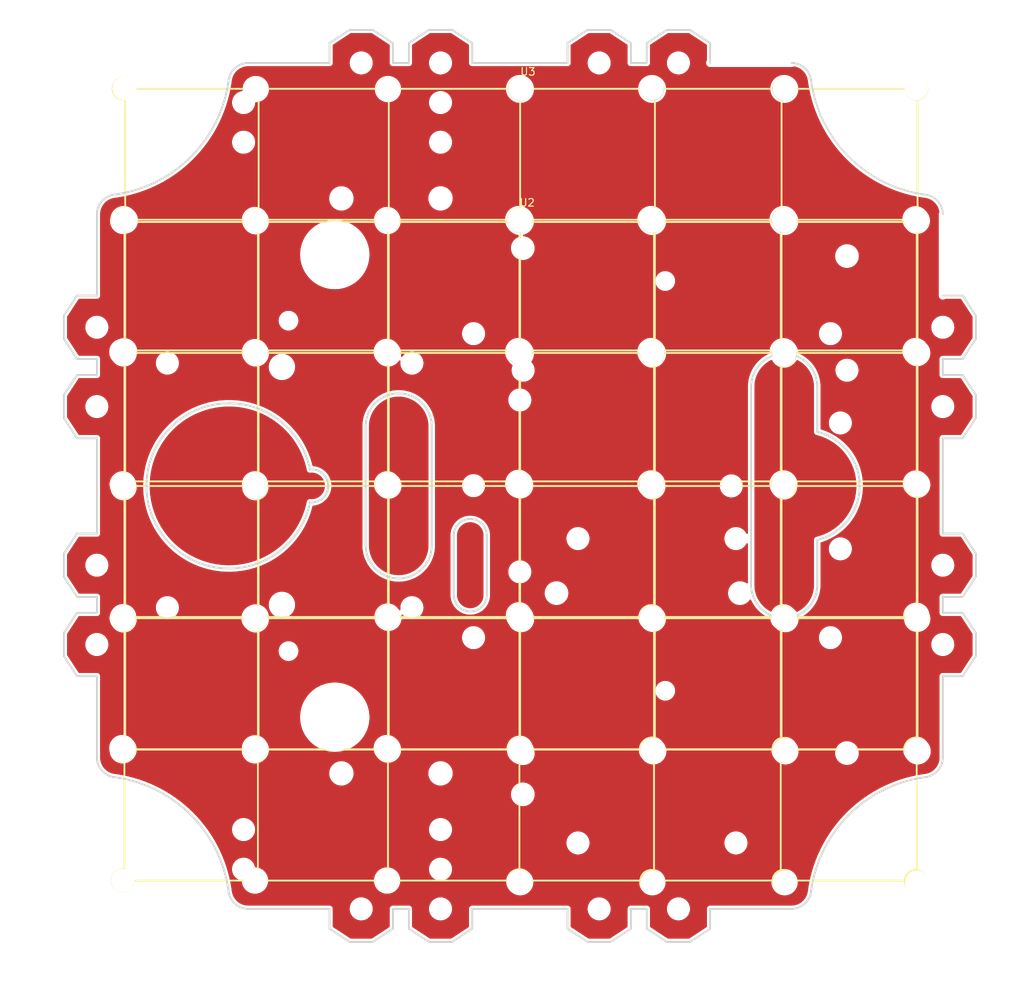
<source format=kicad_pcb>
(kicad_pcb (version 20221018) (generator pcbnew)
  (layers (0 "F.Cu" signal) (31 "B.Cu" signal) (34 "B.Paste" user) (35 "F.Paste" user) (36 "B.SilkS" user "B.Silkscreen") (37 "F.SilkS" user "F.Silkscreen") (38 "B.Mask" user) (39 "F.Mask" user) (44 "Edge.Cuts" user))
  (net 0 "")
  (footprint "AutoGenerated:MountingHole_3.00mm" (layer "F.Cu") (at 122.5355 49.4595)
    (fp_text reference "" (at 0 0) (layer "F.SilkS") (effects (font (size 1.27 1.27))))
    (fp_text value "" (at 0 0) (layer "F.SilkS") (effects (font (size 1.27 1.27))))
    (pad "" np_thru_hole circle (at 0 0) (size 3 3) (drill 3) (layers "*.Cu" "*.Mask"))
  )
  (footprint "AutoGenerated:MountingHole_3.00mm" (layer "F.Cu") (at 122.5355 37.4595)
    (fp_text reference "" (at 0 0) (layer "F.SilkS") (effects (font (size 1.27 1.27))))
    (fp_text value "" (at 0 0) (layer "F.SilkS") (effects (font (size 1.27 1.27))))
    (pad "" np_thru_hole circle (at 0 0) (size 3 3) (drill 3) (layers "F&B.Cu" "*.Mask"))
  )
  (footprint "AutoGenerated:MountingHole_3.00mm" (layer "F.Cu") (at 122.5355 159.4595)
    (fp_text reference "" (at 0 0) (layer "F.SilkS") (effects (font (size 1.27 1.27))))
    (fp_text value "" (at 0 0) (layer "F.SilkS") (effects (font (size 1.27 1.27))))
    (pad "" np_thru_hole circle (at 0 0) (size 3 3) (drill 3) (layers "F&B.Cu" "*.Mask"))
  )
  (footprint "AutoGenerated:MountingHole_2.50mm" (layer "F.Cu") (at 99.5355 76.4595)
    (fp_text reference "" (at 0 0) (layer "F.SilkS") (effects (font (size 1.27 1.27))))
    (fp_text value "" (at 0 0) (layer "F.SilkS") (effects (font (size 1.27 1.27))))
    (pad "" np_thru_hole circle (at 0 0) (size 2.5 2.5) (drill 2.5) (layers "*.Cu" "*.Mask"))
  )
  (footprint "AutoGenerated:MountingHole_3.00mm" (layer "F.Cu") (at 122.5355 43.4595)
    (fp_text reference "" (at 0 0) (layer "F.SilkS") (effects (font (size 1.27 1.27))))
    (fp_text value "" (at 0 0) (layer "F.SilkS") (effects (font (size 1.27 1.27))))
    (pad "" np_thru_hole circle (at 0 0) (size 3 3) (drill 3) (layers "F&B.Cu" "*.Mask"))
  )
  (footprint "AutoGenerated:MountingHole_3.00mm" (layer "F.Cu") (at 70.5355 125.4595)
    (fp_text reference "" (at 0 0) (layer "F.SilkS") (effects (font (size 1.27 1.27))))
    (fp_text value "" (at 0 0) (layer "F.SilkS") (effects (font (size 1.27 1.27))))
    (pad "" np_thru_hole circle (at 0 0) (size 3 3) (drill 3) (layers "*.Cu" "*.Mask"))
  )
  (footprint "AutoGenerated:MountingHole_3.10mm" (layer "F.Cu") (at 184.0355 141.8845)
    (fp_text reference "" (at 0 0) (layer "F.SilkS") (effects (font (size 1.27 1.27))))
    (fp_text value "" (at 0 0) (layer "F.SilkS") (effects (font (size 1.27 1.27))))
    (pad "" np_thru_hole circle (at 0 0) (size 3.1 3.1) (drill 3.1) (layers "*.Cu" "*.Mask"))
  )
  (footprint "AutoGenerated:MountingHole_2.50mm" (layer "F.Cu") (at 156.5355 132.4595)
    (fp_text reference "" (at 0 0) (layer "F.SilkS") (effects (font (size 1.27 1.27))))
    (fp_text value "" (at 0 0) (layer "F.SilkS") (effects (font (size 1.27 1.27))))
    (pad "" np_thru_hole circle (at 0 0) (size 2.5 2.5) (drill 2.5) (layers "*.Cu" "*.Mask"))
  )
  (footprint "AutoGenerated:MountingHole_3.00mm" (layer "F.Cu") (at 127.5355 124.4245)
    (fp_text reference "" (at 0 0) (layer "F.SilkS") (effects (font (size 1.27 1.27))))
    (fp_text value "" (at 0 0) (layer "F.SilkS") (effects (font (size 1.27 1.27))))
    (pad "" np_thru_hole circle (at 0 0) (size 3 3) (drill 3) (layers "*.Cu" "*.Mask"))
  )
  (footprint "AutoGenerated:MountingHole_3.20mm" (layer "F.Cu") (at 107.5355 57.9595)
    (fp_text reference "" (at 0 0) (layer "F.SilkS") (effects (font (size 1.27 1.27))))
    (fp_text value "" (at 0 0) (layer "F.SilkS") (effects (font (size 1.27 1.27))))
    (pad "" np_thru_hole circle (at 0 0) (size 3.2 3.2) (drill 3.2) (layers "F&B.Cu" "*.Mask"))
  )
  (footprint "AutoGenerated:MountingHole_3.00mm" (layer "F.Cu") (at 135.0355 83.9595)
    (fp_text reference "" (at 0 0) (layer "F.SilkS") (effects (font (size 1.27 1.27))))
    (fp_text value "" (at 0 0) (layer "F.SilkS") (effects (font (size 1.27 1.27))))
    (pad "" np_thru_hole circle (at 0 0) (size 3 3) (drill 3) (layers "*.Cu" "*.Mask"))
  )
  (footprint "AutoGenerated:MountingHole_3.00mm" (layer "F.Cu") (at 143.3355 155.4845)
    (fp_text reference "" (at 0 0) (layer "F.SilkS") (effects (font (size 1.27 1.27))))
    (fp_text value "" (at 0 0) (layer "F.SilkS") (effects (font (size 1.27 1.27))))
    (pad "" np_thru_hole circle (at 0 0) (size 3 3) (drill 3) (layers "*.Cu" "*.Mask"))
  )
  (footprint "AutoGenerated:MountingHole_3.00mm" (layer "F.Cu") (at 134.5355 88.4595)
    (fp_text reference "" (at 0 0) (layer "F.SilkS") (effects (font (size 1.27 1.27))))
    (fp_text value "" (at 0 0) (layer "F.SilkS") (effects (font (size 1.27 1.27))))
    (pad "" np_thru_hole circle (at 0 0) (size 3 3) (drill 3) (layers "F&B.Cu" "*.Mask"))
  )
  (footprint "AutoGenerated:MountingHole_3.00mm" (layer "F.Cu") (at 118.2065 82.8835)
    (fp_text reference "" (at 0 0) (layer "F.SilkS") (effects (font (size 1.27 1.27))))
    (fp_text value "" (at 0 0) (layer "F.SilkS") (effects (font (size 1.27 1.27))))
    (pad "" np_thru_hole circle (at 0 0) (size 3 3) (drill 3) (layers "*.Cu" "*.Mask"))
  )
  (footprint "AutoGenerated:MountingHole_3.00mm" (layer "F.Cu") (at 134.5355 114.4595)
    (fp_text reference "" (at 0 0) (layer "F.SilkS") (effects (font (size 1.27 1.27))))
    (fp_text value "" (at 0 0) (layer "F.SilkS") (effects (font (size 1.27 1.27))))
    (pad "" np_thru_hole circle (at 0 0) (size 3 3) (drill 3) (layers "*.Cu" "*.Mask"))
  )
  (footprint "AutoGenerated:MountingHole_3.00mm" (layer "F.Cu") (at 122.5355 153.4595)
    (fp_text reference "" (at 0 0) (layer "F.SilkS") (effects (font (size 1.27 1.27))))
    (fp_text value "" (at 0 0) (layer "F.SilkS") (effects (font (size 1.27 1.27))))
    (pad "" np_thru_hole circle (at 0 0) (size 3 3) (drill 3) (layers "*.Cu" "*.Mask"))
  )
  (footprint "AutoGenerated:MountingHole_3.00mm" (layer "F.Cu") (at 127.5355 124.4245)
    (fp_text reference "" (at 0 0) (layer "F.SilkS") (effects (font (size 1.27 1.27))))
    (fp_text value "" (at 0 0) (layer "F.SilkS") (effects (font (size 1.27 1.27))))
    (pad "" np_thru_hole circle (at 0 0) (size 3 3) (drill 3) (layers "F&B.Cu" "*.Mask"))
  )
  (footprint "AutoGenerated:MountingHole_3.20mm" (layer "F.Cu") (at 107.5355 57.9595)
    (fp_text reference "" (at 0 0) (layer "F.SilkS") (effects (font (size 1.27 1.27))))
    (fp_text value "" (at 0 0) (layer "F.SilkS") (effects (font (size 1.27 1.27))))
    (pad "" np_thru_hole circle (at 0 0) (size 3.2 3.2) (drill 3.2) (layers "*.Cu" "*.Mask"))
  )
  (footprint "AutoGenerated:MountingHole_3.00mm" (layer "F.Cu") (at 81.2065 82.8835)
    (fp_text reference "" (at 0 0) (layer "F.SilkS") (effects (font (size 1.27 1.27))))
    (fp_text value "" (at 0 0) (layer "F.SilkS") (effects (font (size 1.27 1.27))))
    (pad "" np_thru_hole circle (at 0 0) (size 3 3) (drill 3) (layers "F&B.Cu" "*.Mask"))
  )
  (footprint "AutoGenerated:MountingHole_3.00mm" (layer "F.Cu") (at 122.5355 153.4595)
    (fp_text reference "" (at 0 0) (layer "F.SilkS") (effects (font (size 1.27 1.27))))
    (fp_text value "" (at 0 0) (layer "F.SilkS") (effects (font (size 1.27 1.27))))
    (pad "" np_thru_hole circle (at 0 0) (size 3 3) (drill 3) (layers "F&B.Cu" "*.Mask"))
  )
  (footprint "AutoGenerated:MountingHole_3.00mm" (layer "F.Cu") (at 81.2065 82.8835)
    (fp_text reference "" (at 0 0) (layer "F.SilkS") (effects (font (size 1.27 1.27))))
    (fp_text value "" (at 0 0) (layer "F.SilkS") (effects (font (size 1.27 1.27))))
    (pad "" np_thru_hole circle (at 0 0) (size 3 3) (drill 3) (layers "*.Cu" "*.Mask"))
  )
  (footprint "AutoGenerated:MountingHole_3.00mm" (layer "F.Cu") (at 70.5355 89.4595)
    (fp_text reference "" (at 0 0) (layer "F.SilkS") (effects (font (size 1.27 1.27))))
    (fp_text value "" (at 0 0) (layer "F.SilkS") (effects (font (size 1.27 1.27))))
    (pad "" np_thru_hole circle (at 0 0) (size 3 3) (drill 3) (layers "*.Cu" "*.Mask"))
  )
  (footprint "AutoGenerated:MountingHole_10.00mm" (layer "F.Cu") (at 106.5355 66.4595)
    (fp_text reference "" (at 0 0) (layer "F.SilkS") (effects (font (size 1.27 1.27))))
    (fp_text value "" (at 0 0) (layer "F.SilkS") (effects (font (size 1.27 1.27))))
    (pad "" np_thru_hole circle (at 0 0) (size 10 10) (drill 10) (layers "F&B.Cu" "*.Mask"))
  )
  (footprint "AutoGenerated:MountingHole_3.50mm" (layer "F.Cu") (at 98.5355 83.4595)
    (fp_text reference "" (at 0 0) (layer "F.SilkS") (effects (font (size 1.27 1.27))))
    (fp_text value "" (at 0 0) (layer "F.SilkS") (effects (font (size 1.27 1.27))))
    (pad "" np_thru_hole circle (at 0 0) (size 3.5 3.5) (drill 3.5) (layers "F&B.Cu" "*.Mask"))
  )
  (footprint "AutoGenerated:MountingHole_3.00mm" (layer "F.Cu") (at 183.0355 91.9335)
    (fp_text reference "" (at 0 0) (layer "F.SilkS") (effects (font (size 1.27 1.27))))
    (fp_text value "" (at 0 0) (layer "F.SilkS") (effects (font (size 1.27 1.27))))
    (pad "" np_thru_hole circle (at 0 0) (size 3 3) (drill 3) (layers "*.Cu" "*.Mask"))
  )
  (footprint "AutoGenerated:MountingHole_3.00mm" (layer "F.Cu") (at 158.5355 165.4595)
    (fp_text reference "" (at 0 0) (layer "F.SilkS") (effects (font (size 1.27 1.27))))
    (fp_text value "" (at 0 0) (layer "F.SilkS") (effects (font (size 1.27 1.27))))
    (pad "" np_thru_hole circle (at 0 0) (size 3 3) (drill 3) (layers "F&B.Cu" "*.Mask"))
  )
  (footprint "AutoGenerated:MountingHole_3.00mm" (layer "F.Cu") (at 92.7355 43.4595)
    (fp_text reference "" (at 0 0) (layer "F.SilkS") (effects (font (size 1.27 1.27))))
    (fp_text value "" (at 0 0) (layer "F.SilkS") (effects (font (size 1.27 1.27))))
    (pad "" np_thru_hole circle (at 0 0) (size 3 3) (drill 3) (layers "*.Cu" "*.Mask"))
  )
  (footprint "AutoGenerated:MountingHole_3.00mm" (layer "F.Cu") (at 127.5355 101.4245)
    (fp_text reference "" (at 0 0) (layer "F.SilkS") (effects (font (size 1.27 1.27))))
    (fp_text value "" (at 0 0) (layer "F.SilkS") (effects (font (size 1.27 1.27))))
    (pad "" np_thru_hole circle (at 0 0) (size 3 3) (drill 3) (layers "F&B.Cu" "*.Mask"))
  )
  (footprint "easyeda:ORP ORIGINAL" (layer "F.Cu") (at 144.2975 120.8335)
    (fp_text reference "U2" (at -9.906 -62.23) (layer "F.SilkS") (effects (font (size 1.143 1.143) (thickness 0.152)) (justify left)))
    (fp_text value "ORP ORIGINAL" hide)
    (fp_circle (center -9.901 -59.647) (end -8.301 -59.647) (stroke (width 0.254)) (fill none) (layer "Edge.Cuts"))
    (fp_circle (center -9.901 -59.647) (end -8.301 -59.647) (stroke (width 0.254)) (fill none) (layer "Edge.Cuts"))
    (fp_circle (center -9.901 -39.647) (end -8.301 -39.647) (stroke (width 0.254)) (fill none) (layer "Edge.Cuts"))
    (fp_circle (center -9.901 -39.647) (end -8.301 -39.647) (stroke (width 0.254)) (fill none) (layer "Edge.Cuts"))
    (fp_circle (center -9.901 -39.647) (end -8.301 -39.647) (stroke (width 0.254)) (fill none) (layer "Edge.Cuts"))
    (fp_circle (center -9.901 -19.647) (end -8.301 -19.647) (stroke (width 0.254)) (fill none) (layer "Edge.Cuts"))
    (fp_circle (center -9.901 -19.647) (end -8.301 -19.647) (stroke (width 0.254)) (fill none) (layer "Edge.Cuts"))
    (fp_circle (center -9.901 -19.647) (end -8.301 -19.647) (stroke (width 0.254)) (fill none) (layer "Edge.Cuts"))
    (fp_circle (center -9.84 -59.605) (end -8.24 -59.605) (stroke (width 0.254)) (fill none) (layer "Edge.Cuts"))
    (fp_circle (center -9.84 -39.605) (end -8.24 -39.605) (stroke (width 0.254)) (fill none) (layer "Edge.Cuts"))
    (fp_circle (center -9.84 -19.605) (end -8.24 -19.605) (stroke (width 0.254)) (fill none) (layer "Edge.Cuts"))
    (fp_circle (center 10.099 -59.647) (end 11.699 -59.647) (stroke (width 0.254)) (fill none) (layer "Edge.Cuts"))
    (fp_circle (center 10.099 -59.647) (end 11.699 -59.647) (stroke (width 0.254)) (fill none) (layer "Edge.Cuts"))
    (fp_circle (center 10.099 -39.647) (end 11.699 -39.647) (stroke (width 0.254)) (fill none) (layer "Edge.Cuts"))
    (fp_circle (center 10.099 -39.647) (end 11.699 -39.647) (stroke (width 0.254)) (fill none) (layer "Edge.Cuts"))
    (fp_circle (center 10.099 -39.647) (end 11.699 -39.647) (stroke (width 0.254)) (fill none) (layer "Edge.Cuts"))
    (fp_circle (center 10.099 -19.647) (end 11.699 -19.647) (stroke (width 0.254)) (fill none) (layer "Edge.Cuts"))
    (fp_circle (center 10.099 -19.647) (end 11.699 -19.647) (stroke (width 0.254)) (fill none) (layer "Edge.Cuts"))
    (fp_circle (center 10.099 -19.647) (end 11.699 -19.647) (stroke (width 0.254)) (fill none) (layer "Edge.Cuts"))
    (fp_circle (center 10.16 -59.605) (end 11.76 -59.605) (stroke (width 0.254)) (fill none) (layer "Edge.Cuts"))
    (fp_circle (center 10.16 -39.605) (end 11.76 -39.605) (stroke (width 0.254)) (fill none) (layer "Edge.Cuts"))
    (fp_circle (center 10.16 -19.605) (end 11.76 -19.605) (stroke (width 0.254)) (fill none) (layer "Edge.Cuts"))
    (fp_circle (center 30.099 -59.647) (end 31.699 -59.647) (stroke (width 0.254)) (fill none) (layer "Edge.Cuts"))
    (fp_circle (center 30.099 -59.647) (end 31.699 -59.647) (stroke (width 0.254)) (fill none) (layer "Edge.Cuts"))
    (fp_circle (center 30.099 -39.647) (end 31.699 -39.647) (stroke (width 0.254)) (fill none) (layer "Edge.Cuts"))
    (fp_circle (center 30.099 -39.647) (end 31.699 -39.647) (stroke (width 0.254)) (fill none) (layer "Edge.Cuts"))
    (fp_circle (center 30.099 -39.647) (end 31.699 -39.647) (stroke (width 0.254)) (fill none) (layer "Edge.Cuts"))
    (fp_circle (center 30.099 -19.647) (end 31.699 -19.647) (stroke (width 0.254)) (fill none) (layer "Edge.Cuts"))
    (fp_circle (center 30.099 -19.647) (end 31.699 -19.647) (stroke (width 0.254)) (fill none) (layer "Edge.Cuts"))
    (fp_circle (center 30.099 -19.647) (end 31.699 -19.647) (stroke (width 0.254)) (fill none) (layer "Edge.Cuts"))
    (fp_circle (center 30.16 -59.605) (end 31.76 -59.605) (stroke (width 0.254)) (fill none) (layer "Edge.Cuts"))
    (fp_circle (center 30.16 -39.605) (end 31.76 -39.605) (stroke (width 0.254)) (fill none) (layer "Edge.Cuts"))
    (fp_circle (center 30.16 -19.605) (end 31.76 -19.605) (stroke (width 0.254)) (fill none) (layer "Edge.Cuts"))
    (pad "" np_thru_hole circle (at -69.906 -39.647) (size 3.5 3.5) (drill 3.5) (layers "*.Cu" "*.Mask"))
    (pad "" np_thru_hole circle (at -69.906 20.297) (size 3.5 3.5) (drill 3.5) (layers "*.Cu" "*.Mask"))
    (pad "" np_thru_hole circle (at -69.85 0.635) (size 3.5 3.5) (drill 3.5) (layers "*.Cu" "*.Mask"))
    (pad "" np_thru_hole circle (at -69.85 20.635) (size 3.5 3.5) (drill 3.5) (layers "*.Cu" "*.Mask"))
    (pad "" np_thru_hole circle (at -69.845 -19.605) (size 3.5 3.5) (drill 3.5) (layers "*.Cu" "*.Mask"))
    (pad "" np_thru_hole circle (at -69.845 40.339) (size 3.5 3.5) (drill 3.5) (layers "*.Cu" "*.Mask"))
    (pad "" np_thru_hole circle (at -69.718 -59.737) (size 3.5 3.5) (drill 3.5) (layers "*.Cu" "*.Mask"))
    (pad "" np_thru_hole circle (at -69.652 -39.732) (size 3.5 3.5) (drill 3.5) (layers "*.Cu" "*.Mask"))
    (pad "" np_thru_hole circle (at -49.911 0.635) (size 3.5 3.5) (drill 3.5) (layers "*.Cu" "*.Mask"))
    (pad "" np_thru_hole circle (at -49.85 20.635) (size 3.5 3.5) (drill 3.5) (layers "*.Cu" "*.Mask"))
    (pad "" np_thru_hole circle (at -49.84 -59.605) (size 3.5 3.5) (drill 3.5) (layers "*.Cu" "*.Mask"))
    (pad "" np_thru_hole circle (at -49.84 -39.605) (size 3.5 3.5) (drill 3.5) (layers "*.Cu" "*.Mask"))
    (pad "" np_thru_hole circle (at -49.84 -19.605) (size 3.5 3.5) (drill 3.5) (layers "*.Cu" "*.Mask"))
    (pad "" np_thru_hole circle (at -49.84 20.339) (size 3.5 3.5) (drill 3.5) (layers "*.Cu" "*.Mask"))
    (pad "" np_thru_hole circle (at -49.84 40.339) (size 3.5 3.5) (drill 3.5) (layers "*.Cu" "*.Mask"))
    (pad "" np_thru_hole circle (at -29.901 -39.647) (size 3.5 3.5) (drill 3.5) (layers "*.Cu" "*.Mask"))
    (pad "" np_thru_hole circle (at -29.901 20.297) (size 3.5 3.5) (drill 3.5) (layers "*.Cu" "*.Mask"))
    (pad "" np_thru_hole circle (at -29.84 -59.605) (size 3.5 3.5) (drill 3.5) (layers "*.Cu" "*.Mask"))
    (pad "" np_thru_hole circle (at -29.84 -19.605) (size 3.5 3.5) (drill 3.5) (layers "*.Cu" "*.Mask"))
    (pad "" np_thru_hole circle (at -29.84 40.339) (size 3.5 3.5) (drill 3.5) (layers "*.Cu" "*.Mask"))
    (pad "" np_thru_hole circle (at -29.774 0.4) (size 3.5 3.5) (drill 3.5) (layers "*.Cu" "*.Mask"))
    (pad "" np_thru_hole circle (at -29.774 20.4) (size 3.5 3.5) (drill 3.5) (layers "*.Cu" "*.Mask"))
    (pad "" np_thru_hole circle (at -9.962 -39.774) (size 3.5 3.5) (drill 3.5) (layers "*.Cu" "*.Mask"))
    (pad "" np_thru_hole circle (at -9.962 -19.835) (size 3.5 3.5) (drill 3.5) (layers "*.Cu" "*.Mask"))
    (pad "" np_thru_hole circle (at -9.901 -19.732) (size 3.5 3.5) (drill 3.5) (layers "*.Cu" "*.Mask"))
    (pad "" np_thru_hole circle (at -9.901 0.207) (size 3.5 3.5) (drill 3.5) (layers "*.Cu" "*.Mask"))
    (pad "" np_thru_hole circle (at -9.835 -59.671) (size 3.5 3.5) (drill 3.5) (layers "*.Cu" "*.Mask"))
    (pad "" np_thru_hole circle (at -9.835 -39.732) (size 3.5 3.5) (drill 3.5) (layers "*.Cu" "*.Mask"))
    (pad "" np_thru_hole circle (at -9.835 -39.671) (size 3.5 3.5) (drill 3.5) (layers "*.Cu" "*.Mask"))
    (pad "" np_thru_hole circle (at -9.835 -19.732) (size 3.5 3.5) (drill 3.5) (layers "*.Cu" "*.Mask"))
    (pad "" np_thru_hole circle (at -9.835 0.358) (size 3.5 3.5) (drill 3.5) (layers "*.Cu" "*.Mask"))
    (pad "" np_thru_hole circle (at -9.835 40.49) (size 3.5 3.5) (drill 3.5) (layers "*.Cu" "*.Mask"))
    (pad "" np_thru_hole circle (at -9.774 20.4) (size 3.5 3.5) (drill 3.5) (layers "*.Cu" "*.Mask"))
    (pad "" np_thru_hole circle (at -9.708 20.593) (size 3.5 3.5) (drill 3.5) (layers "*.Cu" "*.Mask"))
    (pad "" np_thru_hole circle (at -9.708 40.593) (size 3.5 3.5) (drill 3.5) (layers "*.Cu" "*.Mask"))
    (pad "" np_thru_hole circle (at 10.104 -59.713) (size 3.5 3.5) (drill 3.5) (layers "*.Cu" "*.Mask"))
    (pad "" np_thru_hole circle (at 10.104 -39.774) (size 3.5 3.5) (drill 3.5) (layers "*.Cu" "*.Mask"))
    (pad "" np_thru_hole circle (at 10.16 -19.431) (size 3.5 3.5) (drill 3.5) (layers "*.Cu" "*.Mask"))
    (pad "" np_thru_hole circle (at 10.16 0.508) (size 3.5 3.5) (drill 3.5) (layers "*.Cu" "*.Mask"))
    (pad "" np_thru_hole circle (at 10.165 -39.671) (size 3.5 3.5) (drill 3.5) (layers "*.Cu" "*.Mask"))
    (pad "" np_thru_hole circle (at 10.165 -19.732) (size 3.5 3.5) (drill 3.5) (layers "*.Cu" "*.Mask"))
    (pad "" np_thru_hole circle (at 10.231 20.551) (size 3.5 3.5) (drill 3.5) (layers "*.Cu" "*.Mask"))
    (pad "" np_thru_hole circle (at 10.292 40.593) (size 3.5 3.5) (drill 3.5) (layers "*.Cu" "*.Mask"))
    (pad "" np_thru_hole circle (at 30.099 -19.431) (size 3.5 3.5) (drill 3.5) (layers "*.Cu" "*.Mask"))
    (pad "" np_thru_hole circle (at 30.099 0.508) (size 3.5 3.5) (drill 3.5) (layers "*.Cu" "*.Mask"))
    (pad "" np_thru_hole circle (at 30.17 -59.671) (size 3.5 3.5) (drill 3.5) (layers "*.Cu" "*.Mask"))
    (pad "" np_thru_hole circle (at 30.17 -39.732) (size 3.5 3.5) (drill 3.5) (layers "*.Cu" "*.Mask"))
    (pad "" np_thru_hole circle (at 30.17 -39.671) (size 3.5 3.5) (drill 3.5) (layers "*.Cu" "*.Mask"))
    (pad "" np_thru_hole circle (at 30.17 -19.732) (size 3.5 3.5) (drill 3.5) (layers "*.Cu" "*.Mask"))
    (pad "" np_thru_hole circle (at 30.297 20.593) (size 3.5 3.5) (drill 3.5) (layers "*.Cu" "*.Mask"))
    (pad "" np_thru_hole circle (at 30.297 40.593) (size 3.5 3.5) (drill 3.5) (layers "*.Cu" "*.Mask"))
    (pad "" np_thru_hole circle (at 50.109 -59.713) (size 3.5 3.5) (drill 3.5) (layers "*.Cu" "*.Mask"))
    (pad "" np_thru_hole circle (at 50.109 -39.774) (size 3.5 3.5) (drill 3.5) (layers "*.Cu" "*.Mask"))
    (pad "" np_thru_hole circle (at 50.17 -39.671) (size 3.5 3.5) (drill 3.5) (layers "*.Cu" "*.Mask"))
    (pad "" np_thru_hole circle (at 50.17 -19.732) (size 3.5 3.5) (drill 3.5) (layers "*.Cu" "*.Mask"))
    (pad "" np_thru_hole circle (at 50.236 -19.666) (size 3.5 3.5) (drill 3.5) (layers "*.Cu" "*.Mask"))
    (pad "" np_thru_hole circle (at 50.236 0.273) (size 3.5 3.5) (drill 3.5) (layers "*.Cu" "*.Mask"))
    (pad "" np_thru_hole circle (at 50.236 20.551) (size 3.5 3.5) (drill 3.5) (layers "*.Cu" "*.Mask"))
    (pad "" np_thru_hole circle (at 50.297 40.593) (size 3.5 3.5) (drill 3.5) (layers "*.Cu" "*.Mask"))
  )
  (footprint "AutoGenerated:MountingHole_3.00mm" (layer "F.Cu") (at 181.5355 78.4245)
    (fp_text reference "" (at 0 0) (layer "F.SilkS") (effects (font (size 1.27 1.27))))
    (fp_text value "" (at 0 0) (layer "F.SilkS") (effects (font (size 1.27 1.27))))
    (pad "" np_thru_hole circle (at 0 0) (size 3 3) (drill 3) (layers "*.Cu" "*.Mask"))
  )
  (footprint "AutoGenerated:MountingHole_3.00mm" (layer "F.Cu") (at 183.0355 91.9335)
    (fp_text reference "" (at 0 0) (layer "F.SilkS") (effects (font (size 1.27 1.27))))
    (fp_text value "" (at 0 0) (layer "F.SilkS") (effects (font (size 1.27 1.27))))
    (pad "" np_thru_hole circle (at 0 0) (size 3 3) (drill 3) (layers "F&B.Cu" "*.Mask"))
  )
  (footprint "AutoGenerated:MountingHole_3.00mm" (layer "F.Cu") (at 110.5355 37.4595)
    (fp_text reference "" (at 0 0) (layer "F.SilkS") (effects (font (size 1.27 1.27))))
    (fp_text value "" (at 0 0) (layer "F.SilkS") (effects (font (size 1.27 1.27))))
    (pad "" np_thru_hole circle (at 0 0) (size 3 3) (drill 3) (layers "F&B.Cu" "*.Mask"))
  )
  (footprint "AutoGenerated:MountingHole_2.50mm" (layer "F.Cu") (at 99.5355 126.4595)
    (fp_text reference "" (at 0 0) (layer "F.SilkS") (effects (font (size 1.27 1.27))))
    (fp_text value "" (at 0 0) (layer "F.SilkS") (effects (font (size 1.27 1.27))))
    (pad "" np_thru_hole circle (at 0 0) (size 2.5 2.5) (drill 2.5) (layers "*.Cu" "*.Mask"))
  )
  (footprint "AutoGenerated:MountingHole_3.00mm" (layer "F.Cu") (at 70.5355 125.4595)
    (fp_text reference "" (at 0 0) (layer "F.SilkS") (effects (font (size 1.27 1.27))))
    (fp_text value "" (at 0 0) (layer "F.SilkS") (effects (font (size 1.27 1.27))))
    (pad "" np_thru_hole circle (at 0 0) (size 3 3) (drill 3) (layers "F&B.Cu" "*.Mask"))
  )
  (footprint "AutoGenerated:MountingHole_3.00mm" (layer "F.Cu") (at 70.5355 77.4595)
    (fp_text reference "" (at 0 0) (layer "F.SilkS") (effects (font (size 1.27 1.27))))
    (fp_text value "" (at 0 0) (layer "F.SilkS") (effects (font (size 1.27 1.27))))
    (pad "" np_thru_hole circle (at 0 0) (size 3 3) (drill 3) (layers "F&B.Cu" "*.Mask"))
  )
  (footprint "AutoGenerated:MountingHole_3.00mm" (layer "F.Cu") (at 81.2065 119.8835)
    (fp_text reference "" (at 0 0) (layer "F.SilkS") (effects (font (size 1.27 1.27))))
    (fp_text value "" (at 0 0) (layer "F.SilkS") (effects (font (size 1.27 1.27))))
    (pad "" np_thru_hole circle (at 0 0) (size 3 3) (drill 3) (layers "F&B.Cu" "*.Mask"))
  )
  (footprint "AutoGenerated:MountingHole_10.00mm" (layer "F.Cu") (at 106.5355 136.4595)
    (fp_text reference "" (at 0 0) (layer "F.SilkS") (effects (font (size 1.27 1.27))))
    (fp_text value "" (at 0 0) (layer "F.SilkS") (effects (font (size 1.27 1.27))))
    (pad "" np_thru_hole circle (at 0 0) (size 10 10) (drill 10) (layers "*.Cu" "*.Mask"))
  )
  (footprint "AutoGenerated:MountingHole_2.50mm" (layer "F.Cu") (at 156.5355 70.4595)
    (fp_text reference "" (at 0 0) (layer "F.SilkS") (effects (font (size 1.27 1.27))))
    (fp_text value "" (at 0 0) (layer "F.SilkS") (effects (font (size 1.27 1.27))))
    (pad "" np_thru_hole circle (at 0 0) (size 2.5 2.5) (drill 2.5) (layers "*.Cu" "*.Mask"))
  )
  (footprint "AutoGenerated:MountingHole_3.00mm" (layer "F.Cu") (at 184.0355 83.9595)
    (fp_text reference "" (at 0 0) (layer "F.SilkS") (effects (font (size 1.27 1.27))))
    (fp_text value "" (at 0 0) (layer "F.SilkS") (effects (font (size 1.27 1.27))))
    (pad "" np_thru_hole circle (at 0 0) (size 3 3) (drill 3) (layers "*.Cu" "*.Mask"))
  )
  (footprint "AutoGenerated:MountingHole_3.00mm" (layer "F.Cu") (at 198.5355 125.4595)
    (fp_text reference "" (at 0 0) (layer "F.SilkS") (effects (font (size 1.27 1.27))))
    (fp_text value "" (at 0 0) (layer "F.SilkS") (effects (font (size 1.27 1.27))))
    (pad "" np_thru_hole circle (at 0 0) (size 3 3) (drill 3) (layers "F&B.Cu" "*.Mask"))
  )
  (footprint "AutoGenerated:MountingHole_3.00mm" (layer "F.Cu") (at 70.5355 89.4595)
    (fp_text reference "" (at 0 0) (layer "F.SilkS") (effects (font (size 1.27 1.27))))
    (fp_text value "" (at 0 0) (layer "F.SilkS") (effects (font (size 1.27 1.27))))
    (pad "" np_thru_hole circle (at 0 0) (size 3 3) (drill 3) (layers "F&B.Cu" "*.Mask"))
  )
  (footprint "AutoGenerated:MountingHole_3.00mm" (layer "F.Cu") (at 92.7355 49.4595)
    (fp_text reference "" (at 0 0) (layer "F.SilkS") (effects (font (size 1.27 1.27))))
    (fp_text value "" (at 0 0) (layer "F.SilkS") (effects (font (size 1.27 1.27))))
    (pad "" np_thru_hole circle (at 0 0) (size 3 3) (drill 3) (layers "F&B.Cu" "*.Mask"))
  )
  (footprint "AutoGenerated:MountingHole_3.00mm" (layer "F.Cu") (at 70.5355 113.4595)
    (fp_text reference "" (at 0 0) (layer "F.SilkS") (effects (font (size 1.27 1.27))))
    (fp_text value "" (at 0 0) (layer "F.SilkS") (effects (font (size 1.27 1.27))))
    (pad "" np_thru_hole circle (at 0 0) (size 3 3) (drill 3) (layers "*.Cu" "*.Mask"))
  )
  (footprint "AutoGenerated:MountingHole_3.00mm" (layer "F.Cu") (at 110.5355 165.4595)
    (fp_text reference "" (at 0 0) (layer "F.SilkS") (effects (font (size 1.27 1.27))))
    (fp_text value "" (at 0 0) (layer "F.SilkS") (effects (font (size 1.27 1.27))))
    (pad "" np_thru_hole circle (at 0 0) (size 3 3) (drill 3) (layers "F&B.Cu" "*.Mask"))
  )
  (footprint "easyeda:ORP ORIGINAL" (layer "F.Cu") (at 144.4245 101.0215)
    (fp_text reference "U3" (at -9.906 -62.23) (layer "F.SilkS") (effects (font (size 1.143 1.143) (thickness 0.152)) (justify left)))
    (fp_text value "ORP ORIGINAL" hide)
    (fp_circle (center -9.901 -59.647) (end -8.301 -59.647) (stroke (width 0.254)) (fill none) (layer "Edge.Cuts"))
    (fp_circle (center -9.901 -59.647) (end -8.301 -59.647) (stroke (width 0.254)) (fill none) (layer "Edge.Cuts"))
    (fp_circle (center -9.901 -39.647) (end -8.301 -39.647) (stroke (width 0.254)) (fill none) (layer "Edge.Cuts"))
    (fp_circle (center -9.901 -39.647) (end -8.301 -39.647) (stroke (width 0.254)) (fill none) (layer "Edge.Cuts"))
    (fp_circle (center -9.901 -39.647) (end -8.301 -39.647) (stroke (width 0.254)) (fill none) (layer "Edge.Cuts"))
    (fp_circle (center -9.901 -19.647) (end -8.301 -19.647) (stroke (width 0.254)) (fill none) (layer "Edge.Cuts"))
    (fp_circle (center -9.901 -19.647) (end -8.301 -19.647) (stroke (width 0.254)) (fill none) (layer "Edge.Cuts"))
    (fp_circle (center -9.901 -19.647) (end -8.301 -19.647) (stroke (width 0.254)) (fill none) (layer "Edge.Cuts"))
    (fp_circle (center -9.84 -59.605) (end -8.24 -59.605) (stroke (width 0.254)) (fill none) (layer "Edge.Cuts"))
    (fp_circle (center -9.84 -39.605) (end -8.24 -39.605) (stroke (width 0.254)) (fill none) (layer "Edge.Cuts"))
    (fp_circle (center -9.84 -19.605) (end -8.24 -19.605) (stroke (width 0.254)) (fill none) (layer "Edge.Cuts"))
    (fp_circle (center 10.099 -59.647) (end 11.699 -59.647) (stroke (width 0.254)) (fill none) (layer "Edge.Cuts"))
    (fp_circle (center 10.099 -59.647) (end 11.699 -59.647) (stroke (width 0.254)) (fill none) (layer "Edge.Cuts"))
    (fp_circle (center 10.099 -39.647) (end 11.699 -39.647) (stroke (width 0.254)) (fill none) (layer "Edge.Cuts"))
    (fp_circle (center 10.099 -39.647) (end 11.699 -39.647) (stroke (width 0.254)) (fill none) (layer "Edge.Cuts"))
    (fp_circle (center 10.099 -39.647) (end 11.699 -39.647) (stroke (width 0.254)) (fill none) (layer "Edge.Cuts"))
    (fp_circle (center 10.099 -19.647) (end 11.699 -19.647) (stroke (width 0.254)) (fill none) (layer "Edge.Cuts"))
    (fp_circle (center 10.099 -19.647) (end 11.699 -19.647) (stroke (width 0.254)) (fill none) (layer "Edge.Cuts"))
    (fp_circle (center 10.099 -19.647) (end 11.699 -19.647) (stroke (width 0.254)) (fill none) (layer "Edge.Cuts"))
    (fp_circle (center 10.16 -59.605) (end 11.76 -59.605) (stroke (width 0.254)) (fill none) (layer "Edge.Cuts"))
    (fp_circle (center 10.16 -39.605) (end 11.76 -39.605) (stroke (width 0.254)) (fill none) (layer "Edge.Cuts"))
    (fp_circle (center 10.16 -19.605) (end 11.76 -19.605) (stroke (width 0.254)) (fill none) (layer "Edge.Cuts"))
    (fp_circle (center 30.099 -59.647) (end 31.699 -59.647) (stroke (width 0.254)) (fill none) (layer "Edge.Cuts"))
    (fp_circle (center 30.099 -59.647) (end 31.699 -59.647) (stroke (width 0.254)) (fill none) (layer "Edge.Cuts"))
    (fp_circle (center 30.099 -39.647) (end 31.699 -39.647) (stroke (width 0.254)) (fill none) (layer "Edge.Cuts"))
    (fp_circle (center 30.099 -39.647) (end 31.699 -39.647) (stroke (width 0.254)) (fill none) (layer "Edge.Cuts"))
    (fp_circle (center 30.099 -39.647) (end 31.699 -39.647) (stroke (width 0.254)) (fill none) (layer "Edge.Cuts"))
    (fp_circle (center 30.099 -19.647) (end 31.699 -19.647) (stroke (width 0.254)) (fill none) (layer "Edge.Cuts"))
    (fp_circle (center 30.099 -19.647) (end 31.699 -19.647) (stroke (width 0.254)) (fill none) (layer "Edge.Cuts"))
    (fp_circle (center 30.099 -19.647) (end 31.699 -19.647) (stroke (width 0.254)) (fill none) (layer "Edge.Cuts"))
    (fp_circle (center 30.16 -59.605) (end 31.76 -59.605) (stroke (width 0.254)) (fill none) (layer "Edge.Cuts"))
    (fp_circle (center 30.16 -39.605) (end 31.76 -39.605) (stroke (width 0.254)) (fill none) (layer "Edge.Cuts"))
    (fp_circle (center 30.16 -19.605) (end 31.76 -19.605) (stroke (width 0.254)) (fill none) (layer "Edge.Cuts"))
    (pad "" np_thru_hole circle (at -69.906 -39.647) (size 3.5 3.5) (drill 3.5) (layers "F&B.Cu" "*.Mask"))
    (pad "" np_thru_hole circle (at -69.906 20.297) (size 3.5 3.5) (drill 3.5) (layers "F&B.Cu" "*.Mask"))
    (pad "" np_thru_hole circle (at -69.85 0.635) (size 3.5 3.5) (drill 3.5) (layers "F&B.Cu" "*.Mask"))
    (pad "" np_thru_hole circle (at -69.85 20.635) (size 3.5 3.5) (drill 3.5) (layers "F&B.Cu" "*.Mask"))
    (pad "" np_thru_hole circle (at -69.845 -19.605) (size 3.5 3.5) (drill 3.5) (layers "F&B.Cu" "*.Mask"))
    (pad "" np_thru_hole circle (at -69.845 40.339) (size 3.5 3.5) (drill 3.5) (layers "F&B.Cu" "*.Mask"))
    (pad "" np_thru_hole circle (at -69.718 -59.737) (size 3.5 3.5) (drill 3.5) (layers "F&B.Cu" "*.Mask"))
    (pad "" np_thru_hole circle (at -69.652 -39.732) (size 3.5 3.5) (drill 3.5) (layers "F&B.Cu" "*.Mask"))
    (pad "" np_thru_hole circle (at -49.911 0.635) (size 3.5 3.5) (drill 3.5) (layers "F&B.Cu" "*.Mask"))
    (pad "" np_thru_hole circle (at -49.85 20.635) (size 3.5 3.5) (drill 3.5) (layers "F&B.Cu" "*.Mask"))
    (pad "" np_thru_hole circle (at -49.84 -59.605) (size 3.5 3.5) (drill 3.5) (layers "F&B.Cu" "*.Mask"))
    (pad "" np_thru_hole circle (at -49.84 -39.605) (size 3.5 3.5) (drill 3.5) (layers "F&B.Cu" "*.Mask"))
    (pad "" np_thru_hole circle (at -49.84 -19.605) (size 3.5 3.5) (drill 3.5) (layers "F&B.Cu" "*.Mask"))
    (pad "" np_thru_hole circle (at -49.84 20.339) (size 3.5 3.5) (drill 3.5) (layers "F&B.Cu" "*.Mask"))
    (pad "" np_thru_hole circle (at -49.84 40.339) (size 3.5 3.5) (drill 3.5) (layers "F&B.Cu" "*.Mask"))
    (pad "" np_thru_hole circle (at -29.901 -39.647) (size 3.5 3.5) (drill 3.5) (layers "F&B.Cu" "*.Mask"))
    (pad "" np_thru_hole circle (at -29.901 20.297) (size 3.5 3.5) (drill 3.5) (layers "F&B.Cu" "*.Mask"))
    (pad "" np_thru_hole circle (at -29.84 -59.605) (size 3.5 3.5) (drill 3.5) (layers "F&B.Cu" "*.Mask"))
    (pad "" np_thru_hole circle (at -29.84 -19.605) (size 3.5 3.5) (drill 3.5) (layers "F&B.Cu" "*.Mask"))
    (pad "" np_thru_hole circle (at -29.84 40.339) (size 3.5 3.5) (drill 3.5) (layers "F&B.Cu" "*.Mask"))
    (pad "" np_thru_hole circle (at -29.774 0.4) (size 3.5 3.5) (drill 3.5) (layers "F&B.Cu" "*.Mask"))
    (pad "" np_thru_hole circle (at -29.774 20.4) (size 3.5 3.5) (drill 3.5) (layers "F&B.Cu" "*.Mask"))
    (pad "" np_thru_hole circle (at -9.962 -39.774) (size 3.5 3.5) (drill 3.5) (layers "F&B.Cu" "*.Mask"))
    (pad "" np_thru_hole circle (at -9.962 -19.835) (size 3.5 3.5) (drill 3.5) (layers "F&B.Cu" "*.Mask"))
    (pad "" np_thru_hole circle (at -9.901 -19.732) (size 3.5 3.5) (drill 3.5) (layers "F&B.Cu" "*.Mask"))
    (pad "" np_thru_hole circle (at -9.901 0.207) (size 3.5 3.5) (drill 3.5) (layers "F&B.Cu" "*.Mask"))
    (pad "" np_thru_hole circle (at -9.835 -59.671) (size 3.5 3.5) (drill 3.5) (layers "F&B.Cu" "*.Mask"))
    (pad "" np_thru_hole circle (at -9.835 -39.732) (size 3.5 3.5) (drill 3.5) (layers "F&B.Cu" "*.Mask"))
    (pad "" np_thru_hole circle (at -9.835 -39.671) (size 3.5 3.5) (drill 3.5) (layers "F&B.Cu" "*.Mask"))
    (pad "" np_thru_hole circle (at -9.835 -19.732) (size 3.5 3.5) (drill 3.5) (layers "F&B.Cu" "*.Mask"))
    (pad "" np_thru_hole circle (at -9.835 0.358) (size 3.5 3.5) (drill 3.5) (layers "F&B.Cu" "*.Mask"))
    (pad "" np_thru_hole circle (at -9.835 40.49) (size 3.5 3.5) (drill 3.5) (layers "F&B.Cu" "*.Mask"))
    (pad "" np_thru_hole circle (at -9.774 20.4) (size 3.5 3.5) (drill 3.5) (layers "F&B.Cu" "*.Mask"))
    (pad "" np_thru_hole circle (at -9.708 20.593) (size 3.5 3.5) (drill 3.5) (layers "F&B.Cu" "*.Mask"))
    (pad "" np_thru_hole circle (at -9.708 40.593) (size 3.5 3.5) (drill 3.5) (layers "F&B.Cu" "*.Mask"))
    (pad "" np_thru_hole circle (at 10.104 -59.713) (size 3.5 3.5) (drill 3.5) (layers "F&B.Cu" "*.Mask"))
    (pad "" np_thru_hole circle (at 10.104 -39.774) (size 3.5 3.5) (drill 3.5) (layers "F&B.Cu" "*.Mask"))
    (pad "" np_thru_hole circle (at 10.16 -19.431) (size 3.5 3.5) (drill 3.5) (layers "F&B.Cu" "*.Mask"))
    (pad "" np_thru_hole circle (at 10.16 0.508) (size 3.5 3.5) (drill 3.5) (layers "F&B.Cu" "*.Mask"))
    (pad "" np_thru_hole circle (at 10.165 -39.671) (size 3.5 3.5) (drill 3.5) (layers "F&B.Cu" "*.Mask"))
    (pad "" np_thru_hole circle (at 10.165 -19.732) (size 3.5 3.5) (drill 3.5) (layers "F&B.Cu" "*.Mask"))
    (pad "" np_thru_hole circle (at 10.231 20.551) (size 3.5 3.5) (drill 3.5) (layers "F&B.Cu" "*.Mask"))
    (pad "" np_thru_hole circle (at 10.292 40.593) (size 3.5 3.5) (drill 3.5) (layers "F&B.Cu" "*.Mask"))
    (pad "" np_thru_hole circle (at 30.099 -19.431) (size 3.5 3.5) (drill 3.5) (layers "F&B.Cu" "*.Mask"))
    (pad "" np_thru_hole circle (at 30.099 0.508) (size 3.5 3.5) (drill 3.5) (layers "F&B.Cu" "*.Mask"))
    (pad "" np_thru_hole circle (at 30.17 -59.671) (size 3.5 3.5) (drill 3.5) (layers "F&B.Cu" "*.Mask"))
    (pad "" np_thru_hole circle (at 30.17 -39.732) (size 3.5 3.5) (drill 3.5) (layers "F&B.Cu" "*.Mask"))
    (pad "" np_thru_hole circle (at 30.17 -39.671) (size 3.5 3.5) (drill 3.5) (layers "F&B.Cu" "*.Mask"))
    (pad "" np_thru_hole circle (at 30.17 -19.732) (size 3.5 3.5) (drill 3.5) (layers "F&B.Cu" "*.Mask"))
    (pad "" np_thru_hole circle (at 30.297 20.593) (size 3.5 3.5) (drill 3.5) (layers "F&B.Cu" "*.Mask"))
    (pad "" np_thru_hole circle (at 30.297 40.593) (size 3.5 3.5) (drill 3.5) (layers "F&B.Cu" "*.Mask"))
    (pad "" np_thru_hole circle (at 50.109 -59.713) (size 3.5 3.5) (drill 3.5) (layers "F&B.Cu" "*.Mask"))
    (pad "" np_thru_hole circle (at 50.109 -39.774) (size 3.5 3.5) (drill 3.5) (layers "F&B.Cu" "*.Mask"))
    (pad "" np_thru_hole circle (at 50.17 -39.671) (size 3.5 3.5) (drill 3.5) (layers "F&B.Cu" "*.Mask"))
    (pad "" np_thru_hole circle (at 50.17 -19.732) (size 3.5 3.5) (drill 3.5) (layers "F&B.Cu" "*.Mask"))
    (pad "" np_thru_hole circle (at 50.236 -19.666) (size 3.5 3.5) (drill 3.5) (layers "F&B.Cu" "*.Mask"))
    (pad "" np_thru_hole circle (at 50.236 0.273) (size 3.5 3.5) (drill 3.5) (layers "F&B.Cu" "*.Mask"))
    (pad "" np_thru_hole circle (at 50.236 20.551) (size 3.5 3.5) (drill 3.5) (layers "F&B.Cu" "*.Mask"))
    (pad "" np_thru_hole circle (at 50.297 40.593) (size 3.5 3.5) (drill 3.5) (layers "F&B.Cu" "*.Mask"))
  )
  (footprint "AutoGenerated:MountingHole_3.10mm" (layer "F.Cu") (at 184.0355 66.6845)
    (fp_text reference "" (at 0 0) (layer "F.SilkS") (effects (font (size 1.27 1.27))))
    (fp_text value "" (at 0 0) (layer "F.SilkS") (effects (font (size 1.27 1.27))))
    (pad "" np_thru_hole circle (at 0 0) (size 3.1 3.1) (drill 3.1) (layers "F&B.Cu" "*.Mask"))
  )
  (footprint "AutoGenerated:MountingHole_3.00mm" (layer "F.Cu") (at 92.7355 153.4595)
    (fp_text reference "" (at 0 0) (layer "F.SilkS") (effects (font (size 1.27 1.27))))
    (fp_text value "" (at 0 0) (layer "F.SilkS") (effects (font (size 1.27 1.27))))
    (pad "" np_thru_hole circle (at 0 0) (size 3 3) (drill 3) (layers "*.Cu" "*.Mask"))
  )
  (footprint "AutoGenerated:MountingHole_3.00mm" (layer "F.Cu") (at 158.5355 165.4595)
    (fp_text reference "" (at 0 0) (layer "F.SilkS") (effects (font (size 1.27 1.27))))
    (fp_text value "" (at 0 0) (layer "F.SilkS") (effects (font (size 1.27 1.27))))
    (pad "" np_thru_hole circle (at 0 0) (size 3 3) (drill 3) (layers "*.Cu" "*.Mask"))
  )
  (footprint "AutoGenerated:MountingHole_3.00mm" (layer "F.Cu") (at 181.5355 124.4245)
    (fp_text reference "" (at 0 0) (layer "F.SilkS") (effects (font (size 1.27 1.27))))
    (fp_text value "" (at 0 0) (layer "F.SilkS") (effects (font (size 1.27 1.27))))
    (pad "" np_thru_hole circle (at 0 0) (size 3 3) (drill 3) (layers "*.Cu" "*.Mask"))
  )
  (footprint "AutoGenerated:MountingHole_3.00mm" (layer "F.Cu") (at 135.0355 141.9595)
    (fp_text reference "" (at 0 0) (layer "F.SilkS") (effects (font (size 1.27 1.27))))
    (fp_text value "" (at 0 0) (layer "F.SilkS") (effects (font (size 1.27 1.27))))
    (pad "" np_thru_hole circle (at 0 0) (size 3 3) (drill 3) (layers "*.Cu" "*.Mask"))
  )
  (footprint "AutoGenerated:MountingHole_2.50mm" (layer "F.Cu") (at 156.5355 132.4595)
    (fp_text reference "" (at 0 0) (layer "F.SilkS") (effects (font (size 1.27 1.27))))
    (fp_text value "" (at 0 0) (layer "F.SilkS") (effects (font (size 1.27 1.27))))
    (pad "" np_thru_hole circle (at 0 0) (size 2.5 2.5) (drill 2.5) (layers "F&B.Cu" "*.Mask"))
  )
  (footprint "AutoGenerated:MountingHole_3.00mm" (layer "F.Cu") (at 146.5355 37.4595)
    (fp_text reference "" (at 0 0) (layer "F.SilkS") (effects (font (size 1.27 1.27))))
    (fp_text value "" (at 0 0) (layer "F.SilkS") (effects (font (size 1.27 1.27))))
    (pad "" np_thru_hole circle (at 0 0) (size 3 3) (drill 3) (layers "F&B.Cu" "*.Mask"))
  )
  (footprint "AutoGenerated:MountingHole_3.00mm" (layer "F.Cu") (at 134.5355 88.4595)
    (fp_text reference "" (at 0 0) (layer "F.SilkS") (effects (font (size 1.27 1.27))))
    (fp_text value "" (at 0 0) (layer "F.SilkS") (effects (font (size 1.27 1.27))))
    (pad "" np_thru_hole circle (at 0 0) (size 3 3) (drill 3) (layers "*.Cu" "*.Mask"))
  )
  (footprint "AutoGenerated:MountingHole_3.00mm" (layer "F.Cu") (at 198.5355 125.4595)
    (fp_text reference "" (at 0 0) (layer "F.SilkS") (effects (font (size 1.27 1.27))))
    (fp_text value "" (at 0 0) (layer "F.SilkS") (effects (font (size 1.27 1.27))))
    (pad "" np_thru_hole circle (at 0 0) (size 3 3) (drill 3) (layers "*.Cu" "*.Mask"))
  )
  (footprint "AutoGenerated:MountingHole_3.00mm" (layer "F.Cu") (at 198.5355 113.4595)
    (fp_text reference "" (at 0 0) (layer "F.SilkS") (effects (font (size 1.27 1.27))))
    (fp_text value "" (at 0 0) (layer "F.SilkS") (effects (font (size 1.27 1.27))))
    (pad "" np_thru_hole circle (at 0 0) (size 3 3) (drill 3) (layers "*.Cu" "*.Mask"))
  )
  (footprint "AutoGenerated:MountingHole_3.00mm" (layer "F.Cu") (at 118.2065 119.8835)
    (fp_text reference "" (at 0 0) (layer "F.SilkS") (effects (font (size 1.27 1.27))))
    (fp_text value "" (at 0 0) (layer "F.SilkS") (effects (font (size 1.27 1.27))))
    (pad "" np_thru_hole circle (at 0 0) (size 3 3) (drill 3) (layers "*.Cu" "*.Mask"))
  )
  (footprint "AutoGenerated:MountingHole_10.00mm" (layer "F.Cu") (at 106.5355 66.4595)
    (fp_text reference "" (at 0 0) (layer "F.SilkS") (effects (font (size 1.27 1.27))))
    (fp_text value "" (at 0 0) (layer "F.SilkS") (effects (font (size 1.27 1.27))))
    (pad "" np_thru_hole circle (at 0 0) (size 10 10) (drill 10) (layers "*.Cu" "*.Mask"))
  )
  (footprint "AutoGenerated:MountingHole_3.00mm" (layer "F.Cu") (at 167.2355 155.4845)
    (fp_text reference "" (at 0 0) (layer "F.SilkS") (effects (font (size 1.27 1.27))))
    (fp_text value "" (at 0 0) (layer "F.SilkS") (effects (font (size 1.27 1.27))))
    (pad "" np_thru_hole circle (at 0 0) (size 3 3) (drill 3) (layers "F&B.Cu" "*.Mask"))
  )
  (footprint "AutoGenerated:MountingHole_3.00mm" (layer "F.Cu") (at 122.5355 165.4595)
    (fp_text reference "" (at 0 0) (layer "F.SilkS") (effects (font (size 1.27 1.27))))
    (fp_text value "" (at 0 0) (layer "F.SilkS") (effects (font (size 1.27 1.27))))
    (pad "" np_thru_hole circle (at 0 0) (size 3 3) (drill 3) (layers "F&B.Cu" "*.Mask"))
  )
  (footprint "AutoGenerated:MountingHole_3.20mm" (layer "F.Cu") (at 107.5355 144.9595)
    (fp_text reference "" (at 0 0) (layer "F.SilkS") (effects (font (size 1.27 1.27))))
    (fp_text value "" (at 0 0) (layer "F.SilkS") (effects (font (size 1.27 1.27))))
    (pad "" np_thru_hole circle (at 0 0) (size 3.2 3.2) (drill 3.2) (layers "*.Cu" "*.Mask"))
  )
  (footprint "AutoGenerated:MountingHole_3.10mm" (layer "F.Cu") (at 184.0355 141.8845)
    (fp_text reference "" (at 0 0) (layer "F.SilkS") (effects (font (size 1.27 1.27))))
    (fp_text value "" (at 0 0) (layer "F.SilkS") (effects (font (size 1.27 1.27))))
    (pad "" np_thru_hole circle (at 0 0) (size 3.1 3.1) (drill 3.1) (layers "F&B.Cu" "*.Mask"))
  )
  (footprint "AutoGenerated:MountingHole_3.00mm" (layer "F.Cu") (at 110.5355 37.4595)
    (fp_text reference "" (at 0 0) (layer "F.SilkS") (effects (font (size 1.27 1.27))))
    (fp_text value "" (at 0 0) (layer "F.SilkS") (effects (font (size 1.27 1.27))))
    (pad "" np_thru_hole circle (at 0 0) (size 3 3) (drill 3) (layers "*.Cu" "*.Mask"))
  )
  (footprint "AutoGenerated:MountingHole_3.00mm" (layer "F.Cu") (at 92.7355 43.4595)
    (fp_text reference "" (at 0 0) (layer "F.SilkS") (effects (font (size 1.27 1.27))))
    (fp_text value "" (at 0 0) (layer "F.SilkS") (effects (font (size 1.27 1.27))))
    (pad "" np_thru_hole circle (at 0 0) (size 3 3) (drill 3) (layers "F&B.Cu" "*.Mask"))
  )
  (footprint "AutoGenerated:MountingHole_3.00mm" (layer "F.Cu") (at 198.5355 89.4595)
    (fp_text reference "" (at 0 0) (layer "F.SilkS") (effects (font (size 1.27 1.27))))
    (fp_text value "" (at 0 0) (layer "F.SilkS") (effects (font (size 1.27 1.27))))
    (pad "" np_thru_hole circle (at 0 0) (size 3 3) (drill 3) (layers "*.Cu" "*.Mask"))
  )
  (footprint "AutoGenerated:MountingHole_3.20mm" (layer "F.Cu") (at 122.5355 57.9595)
    (fp_text reference "" (at 0 0) (layer "F.SilkS") (effects (font (size 1.27 1.27))))
    (fp_text value "" (at 0 0) (layer "F.SilkS") (effects (font (size 1.27 1.27))))
    (pad "" np_thru_hole circle (at 0 0) (size 3.2 3.2) (drill 3.2) (layers "F&B.Cu" "*.Mask"))
  )
  (footprint "AutoGenerated:MountingHole_3.00mm" (layer "F.Cu") (at 127.5355 78.4245)
    (fp_text reference "" (at 0 0) (layer "F.SilkS") (effects (font (size 1.27 1.27))))
    (fp_text value "" (at 0 0) (layer "F.SilkS") (effects (font (size 1.27 1.27))))
    (pad "" np_thru_hole circle (at 0 0) (size 3 3) (drill 3) (layers "F&B.Cu" "*.Mask"))
  )
  (footprint "AutoGenerated:MountingHole_3.10mm" (layer "F.Cu") (at 140.0855 117.6845)
    (fp_text reference "" (at 0 0) (layer "F.SilkS") (effects (font (size 1.27 1.27))))
    (fp_text value "" (at 0 0) (layer "F.SilkS") (effects (font (size 1.27 1.27))))
    (pad "" np_thru_hole circle (at 0 0) (size 3.1 3.1) (drill 3.1) (layers "*.Cu" "*.Mask"))
  )
  (footprint "AutoGenerated:MountingHole_3.10mm" (layer "F.Cu") (at 134.9855 148.1345)
    (fp_text reference "" (at 0 0) (layer "F.SilkS") (effects (font (size 1.27 1.27))))
    (fp_text value "" (at 0 0) (layer "F.SilkS") (effects (font (size 1.27 1.27))))
    (pad "" np_thru_hole circle (at 0 0) (size 3.1 3.1) (drill 3.1) (layers "F&B.Cu" "*.Mask"))
  )
  (footprint "AutoGenerated:MountingHole_3.00mm" (layer "F.Cu") (at 122.5355 49.4595)
    (fp_text reference "" (at 0 0) (layer "F.SilkS") (effects (font (size 1.27 1.27))))
    (fp_text value "" (at 0 0) (layer "F.SilkS") (effects (font (size 1.27 1.27))))
    (pad "" np_thru_hole circle (at 0 0) (size 3 3) (drill 3) (layers "F&B.Cu" "*.Mask"))
  )
  (footprint "AutoGenerated:MountingHole_3.00mm" (layer "F.Cu") (at 167.2355 109.4345)
    (fp_text reference "" (at 0 0) (layer "F.SilkS") (effects (font (size 1.27 1.27))))
    (fp_text value "" (at 0 0) (layer "F.SilkS") (effects (font (size 1.27 1.27))))
    (pad "" np_thru_hole circle (at 0 0) (size 3 3) (drill 3) (layers "F&B.Cu" "*.Mask"))
  )
  (footprint "AutoGenerated:MountingHole_3.10mm" (layer "F.Cu") (at 140.0855 117.6845)
    (fp_text reference "" (at 0 0) (layer "F.SilkS") (effects (font (size 1.27 1.27))))
    (fp_text value "" (at 0 0) (layer "F.SilkS") (effects (font (size 1.27 1.27))))
    (pad "" np_thru_hole circle (at 0 0) (size 3.1 3.1) (drill 3.1) (layers "F&B.Cu" "*.Mask"))
  )
  (footprint "AutoGenerated:MountingHole_2.50mm" (layer "F.Cu") (at 99.5355 76.4595)
    (fp_text reference "" (at 0 0) (layer "F.SilkS") (effects (font (size 1.27 1.27))))
    (fp_text value "" (at 0 0) (layer "F.SilkS") (effects (font (size 1.27 1.27))))
    (pad "" np_thru_hole circle (at 0 0) (size 2.5 2.5) (drill 2.5) (layers "F&B.Cu" "*.Mask"))
  )
  (footprint "AutoGenerated:MountingHole_3.00mm" (layer "F.Cu") (at 181.5355 124.4245)
    (fp_text reference "" (at 0 0) (layer "F.SilkS") (effects (font (size 1.27 1.27))))
    (fp_text value "" (at 0 0) (layer "F.SilkS") (effects (font (size 1.27 1.27))))
    (pad "" np_thru_hole circle (at 0 0) (size 3 3) (drill 3) (layers "F&B.Cu" "*.Mask"))
  )
  (footprint "AutoGenerated:MountingHole_3.20mm" (layer "F.Cu") (at 122.5355 144.9595)
    (fp_text reference "" (at 0 0) (layer "F.SilkS") (effects (font (size 1.27 1.27))))
    (fp_text value "" (at 0 0) (layer "F.SilkS") (effects (font (size 1.27 1.27))))
    (pad "" np_thru_hole circle (at 0 0) (size 3.2 3.2) (drill 3.2) (layers "*.Cu" "*.Mask"))
  )
  (footprint "AutoGenerated:MountingHole_3.00mm" (layer "F.Cu") (at 146.5355 165.4595)
    (fp_text reference "" (at 0 0) (layer "F.SilkS") (effects (font (size 1.27 1.27))))
    (fp_text value "" (at 0 0) (layer "F.SilkS") (effects (font (size 1.27 1.27))))
    (pad "" np_thru_hole circle (at 0 0) (size 3 3) (drill 3) (layers "*.Cu" "*.Mask"))
  )
  (footprint "AutoGenerated:MountingHole_3.00mm" (layer "F.Cu") (at 118.2065 82.8835)
    (fp_text reference "" (at 0 0) (layer "F.SilkS") (effects (font (size 1.27 1.27))))
    (fp_text value "" (at 0 0) (layer "F.SilkS") (effects (font (size 1.27 1.27))))
    (pad "" np_thru_hole circle (at 0 0) (size 3 3) (drill 3) (layers "F&B.Cu" "*.Mask"))
  )
  (footprint "AutoGenerated:MountingHole_3.00mm" (layer "F.Cu") (at 135.0355 83.9595)
    (fp_text reference "" (at 0 0) (layer "F.SilkS") (effects (font (size 1.27 1.27))))
    (fp_text value "" (at 0 0) (layer "F.SilkS") (effects (font (size 1.27 1.27))))
    (pad "" np_thru_hole circle (at 0 0) (size 3 3) (drill 3) (layers "F&B.Cu" "*.Mask"))
  )
  (footprint "AutoGenerated:MountingHole_3.00mm" (layer "F.Cu") (at 143.3355 109.4345)
    (fp_text reference "" (at 0 0) (layer "F.SilkS") (effects (font (size 1.27 1.27))))
    (fp_text value "" (at 0 0) (layer "F.SilkS") (effects (font (size 1.27 1.27))))
    (pad "" np_thru_hole circle (at 0 0) (size 3 3) (drill 3) (layers "F&B.Cu" "*.Mask"))
  )
  (footprint "AutoGenerated:MountingHole_3.00mm" (layer "F.Cu") (at 70.5355 113.4595)
    (fp_text reference "" (at 0 0) (layer "F.SilkS") (effects (font (size 1.27 1.27))))
    (fp_text value "" (at 0 0) (layer "F.SilkS") (effects (font (size 1.27 1.27))))
    (pad "" np_thru_hole circle (at 0 0) (size 3 3) (drill 3) (layers "F&B.Cu" "*.Mask"))
  )
  (footprint "AutoGenerated:MountingHole_3.00mm" (layer "F.Cu") (at 143.3355 155.4845)
    (fp_text reference "" (at 0 0) (layer "F.SilkS") (effects (font (size 1.27 1.27))))
    (fp_text value "" (at 0 0) (layer "F.SilkS") (effects (font (size 1.27 1.27))))
    (pad "" np_thru_hole circle (at 0 0) (size 3 3) (drill 3) (layers "F&B.Cu" "*.Mask"))
  )
  (footprint "AutoGenerated:MountingHole_3.00mm" (layer "F.Cu") (at 92.7355 153.4595)
    (fp_text reference "" (at 0 0) (layer "F.SilkS") (effects (font (size 1.27 1.27))))
    (fp_text value "" (at 0 0) (layer "F.SilkS") (effects (font (size 1.27 1.27))))
    (pad "" np_thru_hole circle (at 0 0) (size 3 3) (drill 3) (layers "F&B.Cu" "*.Mask"))
  )
  (footprint "AutoGenerated:MountingHole_3.00mm" (layer "F.Cu") (at 198.5355 89.4595)
    (fp_text reference "" (at 0 0) (layer "F.SilkS") (effects (font (size 1.27 1.27))))
    (fp_text value "" (at 0 0) (layer "F.SilkS") (effects (font (size 1.27 1.27))))
    (pad "" np_thru_hole circle (at 0 0) (size 3 3) (drill 3) (layers "F&B.Cu" "*.Mask"))
  )
  (footprint "AutoGenerated:MountingHole_3.00mm" (layer "F.Cu") (at 166.5355 101.4595)
    (fp_text reference "" (at 0 0) (layer "F.SilkS") (effects (font (size 1.27 1.27))))
    (fp_text value "" (at 0 0) (layer "F.SilkS") (effects (font (size 1.27 1.27))))
    (pad "" np_thru_hole circle (at 0 0) (size 3 3) (drill 3) (layers "*.Cu" "*.Mask"))
  )
  (footprint "AutoGenerated:MountingHole_3.00mm" (layer "F.Cu") (at 158.5355 37.4595)
    (fp_text reference "" (at 0 0) (layer "F.SilkS") (effects (font (size 1.27 1.27))))
    (fp_text value "" (at 0 0) (layer "F.SilkS") (effects (font (size 1.27 1.27))))
    (pad "" np_thru_hole circle (at 0 0) (size 3 3) (drill 3) (layers "F&B.Cu" "*.Mask"))
  )
  (footprint "AutoGenerated:MountingHole_3.00mm" (layer "F.Cu") (at 122.5355 37.4595)
    (fp_text reference "" (at 0 0) (layer "F.SilkS") (effects (font (size 1.27 1.27))))
    (fp_text value "" (at 0 0) (layer "F.SilkS") (effects (font (size 1.27 1.27))))
    (pad "" np_thru_hole circle (at 0 0) (size 3 3) (drill 3) (layers "*.Cu" "*.Mask"))
  )
  (footprint "AutoGenerated:MountingHole_3.00mm" (layer "F.Cu") (at 110.5355 165.4595)
    (fp_text reference "" (at 0 0) (layer "F.SilkS") (effects (font (size 1.27 1.27))))
    (fp_text value "" (at 0 0) (layer "F.SilkS") (effects (font (size 1.27 1.27))))
    (pad "" np_thru_hole circle (at 0 0) (size 3 3) (drill 3) (layers "*.Cu" "*.Mask"))
  )
  (footprint "easyeda:ORP ORIGINAL" (layer "F.Cu") (at 144.2975 120.8335)
    (fp_text reference "U2" (at -9.906 -62.23) (layer "F.SilkS") (effects (font (size 1.143 1.143) (thickness 0.152)) (justify left)))
    (fp_text value "ORP ORIGINAL" hide)
    (fp_circle (center -9.901 -59.647) (end -8.301 -59.647) (stroke (width 0.254)) (fill none) (layer "Edge.Cuts"))
    (fp_circle (center -9.901 -59.647) (end -8.301 -59.647) (stroke (width 0.254)) (fill none) (layer "Edge.Cuts"))
    (fp_circle (center -9.901 -39.647) (end -8.301 -39.647) (stroke (width 0.254)) (fill none) (layer "Edge.Cuts"))
    (fp_circle (center -9.901 -39.647) (end -8.301 -39.647) (stroke (width 0.254)) (fill none) (layer "Edge.Cuts"))
    (fp_circle (center -9.901 -39.647) (end -8.301 -39.647) (stroke (width 0.254)) (fill none) (layer "Edge.Cuts"))
    (fp_circle (center -9.901 -19.647) (end -8.301 -19.647) (stroke (width 0.254)) (fill none) (layer "Edge.Cuts"))
    (fp_circle (center -9.901 -19.647) (end -8.301 -19.647) (stroke (width 0.254)) (fill none) (layer "Edge.Cuts"))
    (fp_circle (center -9.901 -19.647) (end -8.301 -19.647) (stroke (width 0.254)) (fill none) (layer "Edge.Cuts"))
    (fp_circle (center -9.84 -59.605) (end -8.24 -59.605) (stroke (width 0.254)) (fill none) (layer "Edge.Cuts"))
    (fp_circle (center -9.84 -39.605) (end -8.24 -39.605) (stroke (width 0.254)) (fill none) (layer "Edge.Cuts"))
    (fp_circle (center -9.84 -19.605) (end -8.24 -19.605) (stroke (width 0.254)) (fill none) (layer "Edge.Cuts"))
    (fp_circle (center 10.099 -59.647) (end 11.699 -59.647) (stroke (width 0.254)) (fill none) (layer "Edge.Cuts"))
    (fp_circle (center 10.099 -59.647) (end 11.699 -59.647) (stroke (width 0.254)) (fill none) (layer "Edge.Cuts"))
    (fp_circle (center 10.099 -39.647) (end 11.699 -39.647) (stroke (width 0.254)) (fill none) (layer "Edge.Cuts"))
    (fp_circle (center 10.099 -39.647) (end 11.699 -39.647) (stroke (width 0.254)) (fill none) (layer "Edge.Cuts"))
    (fp_circle (center 10.099 -39.647) (end 11.699 -39.647) (stroke (width 0.254)) (fill none) (layer "Edge.Cuts"))
    (fp_circle (center 10.099 -19.647) (end 11.699 -19.647) (stroke (width 0.254)) (fill none) (layer "Edge.Cuts"))
    (fp_circle (center 10.099 -19.647) (end 11.699 -19.647) (stroke (width 0.254)) (fill none) (layer "Edge.Cuts"))
    (fp_circle (center 10.099 -19.647) (end 11.699 -19.647) (stroke (width 0.254)) (fill none) (layer "Edge.Cuts"))
    (fp_circle (center 10.16 -59.605) (end 11.76 -59.605) (stroke (width 0.254)) (fill none) (layer "Edge.Cuts"))
    (fp_circle (center 10.16 -39.605) (end 11.76 -39.605) (stroke (width 0.254)) (fill none) (layer "Edge.Cuts"))
    (fp_circle (center 10.16 -19.605) (end 11.76 -19.605) (stroke (width 0.254)) (fill none) (layer "Edge.Cuts"))
    (fp_circle (center 30.099 -59.647) (end 31.699 -59.647) (stroke (width 0.254)) (fill none) (layer "Edge.Cuts"))
    (fp_circle (center 30.099 -59.647) (end 31.699 -59.647) (stroke (width 0.254)) (fill none) (layer "Edge.Cuts"))
    (fp_circle (center 30.099 -39.647) (end 31.699 -39.647) (stroke (width 0.254)) (fill none) (layer "Edge.Cuts"))
    (fp_circle (center 30.099 -39.647) (end 31.699 -39.647) (stroke (width 0.254)) (fill none) (layer "Edge.Cuts"))
    (fp_circle (center 30.099 -39.647) (end 31.699 -39.647) (stroke (width 0.254)) (fill none) (layer "Edge.Cuts"))
    (fp_circle (center 30.099 -19.647) (end 31.699 -19.647) (stroke (width 0.254)) (fill none) (layer "Edge.Cuts"))
    (fp_circle (center 30.099 -19.647) (end 31.699 -19.647) (stroke (width 0.254)) (fill none) (layer "Edge.Cuts"))
    (fp_circle (center 30.099 -19.647) (end 31.699 -19.647) (stroke (width 0.254)) (fill none) (layer "Edge.Cuts"))
    (fp_circle (center 30.16 -59.605) (end 31.76 -59.605) (stroke (width 0.254)) (fill none) (layer "Edge.Cuts"))
    (fp_circle (center 30.16 -39.605) (end 31.76 -39.605) (stroke (width 0.254)) (fill none) (layer "Edge.Cuts"))
    (fp_circle (center 30.16 -19.605) (end 31.76 -19.605) (stroke (width 0.254)) (fill none) (layer "Edge.Cuts"))
    (pad "" np_thru_hole circle (at -69.906 -39.647) (size 3.5 3.5) (drill 3.5) (layers "F&B.Cu" "*.Mask"))
    (pad "" np_thru_hole circle (at -69.906 20.297) (size 3.5 3.5) (drill 3.5) (layers "F&B.Cu" "*.Mask"))
    (pad "" np_thru_hole circle (at -69.85 0.635) (size 3.5 3.5) (drill 3.5) (layers "F&B.Cu" "*.Mask"))
    (pad "" np_thru_hole circle (at -69.85 20.635) (size 3.5 3.5) (drill 3.5) (layers "F&B.Cu" "*.Mask"))
    (pad "" np_thru_hole circle (at -69.845 -19.605) (size 3.5 3.5) (drill 3.5) (layers "F&B.Cu" "*.Mask"))
    (pad "" np_thru_hole circle (at -69.845 40.339) (size 3.5 3.5) (drill 3.5) (layers "F&B.Cu" "*.Mask"))
    (pad "" np_thru_hole circle (at -69.718 -59.737) (size 3.5 3.5) (drill 3.5) (layers "F&B.Cu" "*.Mask"))
    (pad "" np_thru_hole circle (at -69.652 -39.732) (size 3.5 3.5) (drill 3.5) (layers "F&B.Cu" "*.Mask"))
    (pad "" np_thru_hole circle (at -49.911 0.635) (size 3.5 3.5) (drill 3.5) (layers "F&B.Cu" "*.Mask"))
    (pad "" np_thru_hole circle (at -49.85 20.635) (size 3.5 3.5) (drill 3.5) (layers "F&B.Cu" "*.Mask"))
    (pad "" np_thru_hole circle (at -49.84 -59.605) (size 3.5 3.5) (drill 3.5) (layers "F&B.Cu" "*.Mask"))
    (pad "" np_thru_hole circle (at -49.84 -39.605) (size 3.5 3.5) (drill 3.5) (layers "F&B.Cu" "*.Mask"))
    (pad "" np_thru_hole circle (at -49.84 -19.605) (size 3.5 3.5) (drill 3.5) (layers "F&B.Cu" "*.Mask"))
    (pad "" np_thru_hole circle (at -49.84 20.339) (size 3.5 3.5) (drill 3.5) (layers "F&B.Cu" "*.Mask"))
    (pad "" np_thru_hole circle (at -49.84 40.339) (size 3.5 3.5) (drill 3.5) (layers "F&B.Cu" "*.Mask"))
    (pad "" np_thru_hole circle (at -29.901 -39.647) (size 3.5 3.5) (drill 3.5) (layers "F&B.Cu" "*.Mask"))
    (pad "" np_thru_hole circle (at -29.901 20.297) (size 3.5 3.5) (drill 3.5) (layers "F&B.Cu" "*.Mask"))
    (pad "" np_thru_hole circle (at -29.84 -59.605) (size 3.5 3.5) (drill 3.5) (layers "F&B.Cu" "*.Mask"))
    (pad "" np_thru_hole circle (at -29.84 -19.605) (size 3.5 3.5) (drill 3.5) (layers "F&B.Cu" "*.Mask"))
    (pad "" np_thru_hole circle (at -29.84 40.339) (size 3.5 3.5) (drill 3.5) (layers "F&B.Cu" "*.Mask"))
    (pad "" np_thru_hole circle (at -29.774 0.4) (size 3.5 3.5) (drill 3.5) (layers "F&B.Cu" "*.Mask"))
    (pad "" np_thru_hole circle (at -29.774 20.4) (size 3.5 3.5) (drill 3.5) (layers "F&B.Cu" "*.Mask"))
    (pad "" np_thru_hole circle (at -9.962 -39.774) (size 3.5 3.5) (drill 3.5) (layers "F&B.Cu" "*.Mask"))
    (pad "" np_thru_hole circle (at -9.962 -19.835) (size 3.5 3.5) (drill 3.5) (layers "F&B.Cu" "*.Mask"))
    (pad "" np_thru_hole circle (at -9.901 -19.732) (size 3.5 3.5) (drill 3.5) (layers "F&B.Cu" "*.Mask"))
    (pad "" np_thru_hole circle (at -9.901 0.207) (size 3.5 3.5) (drill 3.5) (layers "F&B.Cu" "*.Mask"))
    (pad "" np_thru_hole circle (at -9.835 -59.671) (size 3.5 3.5) (drill 3.5) (layers "F&B.Cu" "*.Mask"))
    (pad "" np_thru_hole circle (at -9.835 -39.732) (size 3.5 3.5) (drill 3.5) (layers "F&B.Cu" "*.Mask"))
    (pad "" np_thru_hole circle (at -9.835 -39.671) (size 3.5 3.5) (drill 3.5) (layers "F&B.Cu" "*.Mask"))
    (pad "" np_thru_hole circle (at -9.835 -19.732) (size 3.5 3.5) (drill 3.5) (layers "F&B.Cu" "*.Mask"))
    (pad "" np_thru_hole circle (at -9.835 0.358) (size 3.5 3.5) (drill 3.5) (layers "F&B.Cu" "*.Mask"))
    (pad "" np_thru_hole circle (at -9.835 40.49) (size 3.5 3.5) (drill 3.5) (layers "F&B.Cu" "*.Mask"))
    (pad "" np_thru_hole circle (at -9.774 20.4) (size 3.5 3.5) (drill 3.5) (layers "F&B.Cu" "*.Mask"))
    (pad "" np_thru_hole circle (at -9.708 20.593) (size 3.5 3.5) (drill 3.5) (layers "F&B.Cu" "*.Mask"))
    (pad "" np_thru_hole circle (at -9.708 40.593) (size 3.5 3.5) (drill 3.5) (layers "F&B.Cu" "*.Mask"))
    (pad "" np_thru_hole circle (at 10.104 -59.713) (size 3.5 3.5) (drill 3.5) (layers "F&B.Cu" "*.Mask"))
    (pad "" np_thru_hole circle (at 10.104 -39.774) (size 3.5 3.5) (drill 3.5) (layers "F&B.Cu" "*.Mask"))
    (pad "" np_thru_hole circle (at 10.16 -19.431) (size 3.5 3.5) (drill 3.5) (layers "F&B.Cu" "*.Mask"))
    (pad "" np_thru_hole circle (at 10.16 0.508) (size 3.5 3.5) (drill 3.5) (layers "F&B.Cu" "*.Mask"))
    (pad "" np_thru_hole circle (at 10.165 -39.671) (size 3.5 3.5) (drill 3.5) (layers "F&B.Cu" "*.Mask"))
    (pad "" np_thru_hole circle (at 10.165 -19.732) (size 3.5 3.5) (drill 3.5) (layers "F&B.Cu" "*.Mask"))
    (pad "" np_thru_hole circle (at 10.231 20.551) (size 3.5 3.5) (drill 3.5) (layers "F&B.Cu" "*.Mask"))
    (pad "" np_thru_hole circle (at 10.292 40.593) (size 3.5 3.5) (drill 3.5) (layers "F&B.Cu" "*.Mask"))
    (pad "" np_thru_hole circle (at 30.099 -19.431) (size 3.5 3.5) (drill 3.5) (layers "F&B.Cu" "*.Mask"))
    (pad "" np_thru_hole circle (at 30.099 0.508) (size 3.5 3.5) (drill 3.5) (layers "F&B.Cu" "*.Mask"))
    (pad "" np_thru_hole circle (at 30.17 -59.671) (size 3.5 3.5) (drill 3.5) (layers "F&B.Cu" "*.Mask"))
    (pad "" np_thru_hole circle (at 30.17 -39.732) (size 3.5 3.5) (drill 3.5) (layers "F&B.Cu" "*.Mask"))
    (pad "" np_thru_hole circle (at 30.17 -39.671) (size 3.5 3.5) (drill 3.5) (layers "F&B.Cu" "*.Mask"))
    (pad "" np_thru_hole circle (at 30.17 -19.732) (size 3.5 3.5) (drill 3.5) (layers "F&B.Cu" "*.Mask"))
    (pad "" np_thru_hole circle (at 30.297 20.593) (size 3.5 3.5) (drill 3.5) (layers "F&B.Cu" "*.Mask"))
    (pad "" np_thru_hole circle (at 30.297 40.593) (size 3.5 3.5) (drill 3.5) (layers "F&B.Cu" "*.Mask"))
    (pad "" np_thru_hole circle (at 50.109 -59.713) (size 3.5 3.5) (drill 3.5) (layers "F&B.Cu" "*.Mask"))
    (pad "" np_thru_hole circle (at 50.109 -39.774) (size 3.5 3.5) (drill 3.5) (layers "F&B.Cu" "*.Mask"))
    (pad "" np_thru_hole circle (at 50.17 -39.671) (size 3.5 3.5) (drill 3.5) (layers "F&B.Cu" "*.Mask"))
    (pad "" np_thru_hole circle (at 50.17 -19.732) (size 3.5 3.5) (drill 3.5) (layers "F&B.Cu" "*.Mask"))
    (pad "" np_thru_hole circle (at 50.236 -19.666) (size 3.5 3.5) (drill 3.5) (layers "F&B.Cu" "*.Mask"))
    (pad "" np_thru_hole circle (at 50.236 0.273) (size 3.5 3.5) (drill 3.5) (layers "F&B.Cu" "*.Mask"))
    (pad "" np_thru_hole circle (at 50.236 20.551) (size 3.5 3.5) (drill 3.5) (layers "F&B.Cu" "*.Mask"))
    (pad "" np_thru_hole circle (at 50.297 40.593) (size 3.5 3.5) (drill 3.5) (layers "F&B.Cu" "*.Mask"))
  )
  (footprint "AutoGenerated:MountingHole_3.00mm" (layer "F.Cu") (at 198.5355 113.4595)
    (fp_text reference "" (at 0 0) (layer "F.SilkS") (effects (font (size 1.27 1.27))))
    (fp_text value "" (at 0 0) (layer "F.SilkS") (effects (font (size 1.27 1.27))))
    (pad "" np_thru_hole circle (at 0 0) (size 3 3) (drill 3) (layers "F&B.Cu" "*.Mask"))
  )
  (footprint "AutoGenerated:MountingHole_3.00mm" (layer "F.Cu") (at 183.0355 110.9855)
    (fp_text reference "" (at 0 0) (layer "F.SilkS") (effects (font (size 1.27 1.27))))
    (fp_text value "" (at 0 0) (layer "F.SilkS") (effects (font (size 1.27 1.27))))
    (pad "" np_thru_hole circle (at 0 0) (size 3 3) (drill 3) (layers "F&B.Cu" "*.Mask"))
  )
  (footprint "AutoGenerated:MountingHole_3.50mm" (layer "F.Cu") (at 98.5355 119.4595)
    (fp_text reference "" (at 0 0) (layer "F.SilkS") (effects (font (size 1.27 1.27))))
    (fp_text value "" (at 0 0) (layer "F.SilkS") (effects (font (size 1.27 1.27))))
    (pad "" np_thru_hole circle (at 0 0) (size 3.5 3.5) (drill 3.5) (layers "*.Cu" "*.Mask"))
  )
  (footprint "AutoGenerated:MountingHole_3.00mm" (layer "F.Cu") (at 92.7355 159.4595)
    (fp_text reference "" (at 0 0) (layer "F.SilkS") (effects (font (size 1.27 1.27))))
    (fp_text value "" (at 0 0) (layer "F.SilkS") (effects (font (size 1.27 1.27))))
    (pad "" np_thru_hole circle (at 0 0) (size 3 3) (drill 3) (layers "*.Cu" "*.Mask"))
  )
  (footprint "AutoGenerated:MountingHole_3.00mm" (layer "F.Cu") (at 143.3355 109.4345)
    (fp_text reference "" (at 0 0) (layer "F.SilkS") (effects (font (size 1.27 1.27))))
    (fp_text value "" (at 0 0) (layer "F.SilkS") (effects (font (size 1.27 1.27))))
    (pad "" np_thru_hole circle (at 0 0) (size 3 3) (drill 3) (layers "*.Cu" "*.Mask"))
  )
  (footprint "AutoGenerated:MountingHole_3.00mm" (layer "F.Cu") (at 118.2065 119.8835)
    (fp_text reference "" (at 0 0) (layer "F.SilkS") (effects (font (size 1.27 1.27))))
    (fp_text value "" (at 0 0) (layer "F.SilkS") (effects (font (size 1.27 1.27))))
    (pad "" np_thru_hole circle (at 0 0) (size 3 3) (drill 3) (layers "F&B.Cu" "*.Mask"))
  )
  (footprint "AutoGenerated:MountingHole_3.00mm" (layer "F.Cu") (at 92.7355 159.4595)
    (fp_text reference "" (at 0 0) (layer "F.SilkS") (effects (font (size 1.27 1.27))))
    (fp_text value "" (at 0 0) (layer "F.SilkS") (effects (font (size 1.27 1.27))))
    (pad "" np_thru_hole circle (at 0 0) (size 3 3) (drill 3) (layers "F&B.Cu" "*.Mask"))
  )
  (footprint "AutoGenerated:MountingHole_3.10mm" (layer "F.Cu") (at 167.8355 117.6845)
    (fp_text reference "" (at 0 0) (layer "F.SilkS") (effects (font (size 1.27 1.27))))
    (fp_text value "" (at 0 0) (layer "F.SilkS") (effects (font (size 1.27 1.27))))
    (pad "" np_thru_hole circle (at 0 0) (size 3.1 3.1) (drill 3.1) (layers "F&B.Cu" "*.Mask"))
  )
  (footprint "AutoGenerated:MountingHole_3.00mm" (layer "F.Cu") (at 70.5355 77.4595)
    (fp_text reference "" (at 0 0) (layer "F.SilkS") (effects (font (size 1.27 1.27))))
    (fp_text value "" (at 0 0) (layer "F.SilkS") (effects (font (size 1.27 1.27))))
    (pad "" np_thru_hole circle (at 0 0) (size 3 3) (drill 3) (layers "*.Cu" "*.Mask"))
  )
  (footprint "AutoGenerated:MountingHole_3.00mm" (layer "F.Cu") (at 146.5355 165.4595)
    (fp_text reference "" (at 0 0) (layer "F.SilkS") (effects (font (size 1.27 1.27))))
    (fp_text value "" (at 0 0) (layer "F.SilkS") (effects (font (size 1.27 1.27))))
    (pad "" np_thru_hole circle (at 0 0) (size 3 3) (drill 3) (layers "F&B.Cu" "*.Mask"))
  )
  (footprint "AutoGenerated:MountingHole_3.00mm" (layer "F.Cu") (at 92.7355 49.4595)
    (fp_text reference "" (at 0 0) (layer "F.SilkS") (effects (font (size 1.27 1.27))))
    (fp_text value "" (at 0 0) (layer "F.SilkS") (effects (font (size 1.27 1.27))))
    (pad "" np_thru_hole circle (at 0 0) (size 3 3) (drill 3) (layers "*.Cu" "*.Mask"))
  )
  (footprint "AutoGenerated:MountingHole_3.00mm" (layer "F.Cu") (at 198.5355 77.4595)
    (fp_text reference "" (at 0 0) (layer "F.SilkS") (effects (font (size 1.27 1.27))))
    (fp_text value "" (at 0 0) (layer "F.SilkS") (effects (font (size 1.27 1.27))))
    (pad "" np_thru_hole circle (at 0 0) (size 3 3) (drill 3) (layers "*.Cu" "*.Mask"))
  )
  (footprint "AutoGenerated:MountingHole_3.10mm" (layer "F.Cu") (at 167.8355 117.6845)
    (fp_text reference "" (at 0 0) (layer "F.SilkS") (effects (font (size 1.27 1.27))))
    (fp_text value "" (at 0 0) (layer "F.SilkS") (effects (font (size 1.27 1.27))))
    (pad "" np_thru_hole circle (at 0 0) (size 3.1 3.1) (drill 3.1) (layers "*.Cu" "*.Mask"))
  )
  (footprint "AutoGenerated:MountingHole_3.10mm" (layer "F.Cu") (at 134.9855 65.4845)
    (fp_text reference "" (at 0 0) (layer "F.SilkS") (effects (font (size 1.27 1.27))))
    (fp_text value "" (at 0 0) (layer "F.SilkS") (effects (font (size 1.27 1.27))))
    (pad "" np_thru_hole circle (at 0 0) (size 3.1 3.1) (drill 3.1) (layers "F&B.Cu" "*.Mask"))
  )
  (footprint "AutoGenerated:MountingHole_3.00mm" (layer "F.Cu") (at 127.5355 78.4245)
    (fp_text reference "" (at 0 0) (layer "F.SilkS") (effects (font (size 1.27 1.27))))
    (fp_text value "" (at 0 0) (layer "F.SilkS") (effects (font (size 1.27 1.27))))
    (pad "" np_thru_hole circle (at 0 0) (size 3 3) (drill 3) (layers "*.Cu" "*.Mask"))
  )
  (footprint "AutoGenerated:MountingHole_3.00mm" (layer "F.Cu") (at 181.5355 78.4245)
    (fp_text reference "" (at 0 0) (layer "F.SilkS") (effects (font (size 1.27 1.27))))
    (fp_text value "" (at 0 0) (layer "F.SilkS") (effects (font (size 1.27 1.27))))
    (pad "" np_thru_hole circle (at 0 0) (size 3 3) (drill 3) (layers "F&B.Cu" "*.Mask"))
  )
  (footprint "AutoGenerated:MountingHole_3.00mm" (layer "F.Cu") (at 184.0355 83.9595)
    (fp_text reference "" (at 0 0) (layer "F.SilkS") (effects (font (size 1.27 1.27))))
    (fp_text value "" (at 0 0) (layer "F.SilkS") (effects (font (size 1.27 1.27))))
    (pad "" np_thru_hole circle (at 0 0) (size 3 3) (drill 3) (layers "F&B.Cu" "*.Mask"))
  )
  (footprint "AutoGenerated:MountingHole_3.00mm" (layer "F.Cu") (at 134.5355 114.4595)
    (fp_text reference "" (at 0 0) (layer "F.SilkS") (effects (font (size 1.27 1.27))))
    (fp_text value "" (at 0 0) (layer "F.SilkS") (effects (font (size 1.27 1.27))))
    (pad "" np_thru_hole circle (at 0 0) (size 3 3) (drill 3) (layers "F&B.Cu" "*.Mask"))
  )
  (footprint "AutoGenerated:MountingHole_3.10mm" (layer "F.Cu") (at 134.9855 65.4845)
    (fp_text reference "" (at 0 0) (layer "F.SilkS") (effects (font (size 1.27 1.27))))
    (fp_text value "" (at 0 0) (layer "F.SilkS") (effects (font (size 1.27 1.27))))
    (pad "" np_thru_hole circle (at 0 0) (size 3.1 3.1) (drill 3.1) (layers "*.Cu" "*.Mask"))
  )
  (footprint "AutoGenerated:MountingHole_3.00mm" (layer "F.Cu") (at 167.2355 109.4345)
    (fp_text reference "" (at 0 0) (layer "F.SilkS") (effects (font (size 1.27 1.27))))
    (fp_text value "" (at 0 0) (layer "F.SilkS") (effects (font (size 1.27 1.27))))
    (pad "" np_thru_hole circle (at 0 0) (size 3 3) (drill 3) (layers "*.Cu" "*.Mask"))
  )
  (footprint "AutoGenerated:MountingHole_3.20mm" (layer "F.Cu") (at 122.5355 57.9595)
    (fp_text reference "" (at 0 0) (layer "F.SilkS") (effects (font (size 1.27 1.27))))
    (fp_text value "" (at 0 0) (layer "F.SilkS") (effects (font (size 1.27 1.27))))
    (pad "" np_thru_hole circle (at 0 0) (size 3.2 3.2) (drill 3.2) (layers "*.Cu" "*.Mask"))
  )
  (footprint "AutoGenerated:MountingHole_10.00mm" (layer "F.Cu") (at 106.5355 136.4595)
    (fp_text reference "" (at 0 0) (layer "F.SilkS") (effects (font (size 1.27 1.27))))
    (fp_text value "" (at 0 0) (layer "F.SilkS") (effects (font (size 1.27 1.27))))
    (pad "" np_thru_hole circle (at 0 0) (size 10 10) (drill 10) (layers "F&B.Cu" "*.Mask"))
  )
  (footprint "easyeda:ORP ORIGINAL" (layer "F.Cu") (at 144.4245 101.0215)
    (fp_text reference "U3" (at -9.906 -62.23) (layer "F.SilkS") (effects (font (size 1.143 1.143) (thickness 0.152)) (justify left)))
    (fp_text value "ORP ORIGINAL" hide)
    (fp_circle (center -9.901 -59.647) (end -8.301 -59.647) (stroke (width 0.254)) (fill none) (layer "Edge.Cuts"))
    (fp_circle (center -9.901 -59.647) (end -8.301 -59.647) (stroke (width 0.254)) (fill none) (layer "Edge.Cuts"))
    (fp_circle (center -9.901 -39.647) (end -8.301 -39.647) (stroke (width 0.254)) (fill none) (layer "Edge.Cuts"))
    (fp_circle (center -9.901 -39.647) (end -8.301 -39.647) (stroke (width 0.254)) (fill none) (layer "Edge.Cuts"))
    (fp_circle (center -9.901 -39.647) (end -8.301 -39.647) (stroke (width 0.254)) (fill none) (layer "Edge.Cuts"))
    (fp_circle (center -9.901 -19.647) (end -8.301 -19.647) (stroke (width 0.254)) (fill none) (layer "Edge.Cuts"))
    (fp_circle (center -9.901 -19.647) (end -8.301 -19.647) (stroke (width 0.254)) (fill none) (layer "Edge.Cuts"))
    (fp_circle (center -9.901 -19.647) (end -8.301 -19.647) (stroke (width 0.254)) (fill none) (layer "Edge.Cuts"))
    (fp_circle (center -9.84 -59.605) (end -8.24 -59.605) (stroke (width 0.254)) (fill none) (layer "Edge.Cuts"))
    (fp_circle (center -9.84 -39.605) (end -8.24 -39.605) (stroke (width 0.254)) (fill none) (layer "Edge.Cuts"))
    (fp_circle (center -9.84 -19.605) (end -8.24 -19.605) (stroke (width 0.254)) (fill none) (layer "Edge.Cuts"))
    (fp_circle (center 10.099 -59.647) (end 11.699 -59.647) (stroke (width 0.254)) (fill none) (layer "Edge.Cuts"))
    (fp_circle (center 10.099 -59.647) (end 11.699 -59.647) (stroke (width 0.254)) (fill none) (layer "Edge.Cuts"))
    (fp_circle (center 10.099 -39.647) (end 11.699 -39.647) (stroke (width 0.254)) (fill none) (layer "Edge.Cuts"))
    (fp_circle (center 10.099 -39.647) (end 11.699 -39.647) (stroke (width 0.254)) (fill none) (layer "Edge.Cuts"))
    (fp_circle (center 10.099 -39.647) (end 11.699 -39.647) (stroke (width 0.254)) (fill none) (layer "Edge.Cuts"))
    (fp_circle (center 10.099 -19.647) (end 11.699 -19.647) (stroke (width 0.254)) (fill none) (layer "Edge.Cuts"))
    (fp_circle (center 10.099 -19.647) (end 11.699 -19.647) (stroke (width 0.254)) (fill none) (layer "Edge.Cuts"))
    (fp_circle (center 10.099 -19.647) (end 11.699 -19.647) (stroke (width 0.254)) (fill none) (layer "Edge.Cuts"))
    (fp_circle (center 10.16 -59.605) (end 11.76 -59.605) (stroke (width 0.254)) (fill none) (layer "Edge.Cuts"))
    (fp_circle (center 10.16 -39.605) (end 11.76 -39.605) (stroke (width 0.254)) (fill none) (layer "Edge.Cuts"))
    (fp_circle (center 10.16 -19.605) (end 11.76 -19.605) (stroke (width 0.254)) (fill none) (layer "Edge.Cuts"))
    (fp_circle (center 30.099 -59.647) (end 31.699 -59.647) (stroke (width 0.254)) (fill none) (layer "Edge.Cuts"))
    (fp_circle (center 30.099 -59.647) (end 31.699 -59.647) (stroke (width 0.254)) (fill none) (layer "Edge.Cuts"))
    (fp_circle (center 30.099 -39.647) (end 31.699 -39.647) (stroke (width 0.254)) (fill none) (layer "Edge.Cuts"))
    (fp_circle (center 30.099 -39.647) (end 31.699 -39.647) (stroke (width 0.254)) (fill none) (layer "Edge.Cuts"))
    (fp_circle (center 30.099 -39.647) (end 31.699 -39.647) (stroke (width 0.254)) (fill none) (layer "Edge.Cuts"))
    (fp_circle (center 30.099 -19.647) (end 31.699 -19.647) (stroke (width 0.254)) (fill none) (layer "Edge.Cuts"))
    (fp_circle (center 30.099 -19.647) (end 31.699 -19.647) (stroke (width 0.254)) (fill none) (layer "Edge.Cuts"))
    (fp_circle (center 30.099 -19.647) (end 31.699 -19.647) (stroke (width 0.254)) (fill none) (layer "Edge.Cuts"))
    (fp_circle (center 30.16 -59.605) (end 31.76 -59.605) (stroke (width 0.254)) (fill none) (layer "Edge.Cuts"))
    (fp_circle (center 30.16 -39.605) (end 31.76 -39.605) (stroke (width 0.254)) (fill none) (layer "Edge.Cuts"))
    (fp_circle (center 30.16 -19.605) (end 31.76 -19.605) (stroke (width 0.254)) (fill none) (layer "Edge.Cuts"))
    (pad "" np_thru_hole circle (at -69.906 -39.647) (size 3.5 3.5) (drill 3.5) (layers "*.Cu" "*.Mask"))
    (pad "" np_thru_hole circle (at -69.906 20.297) (size 3.5 3.5) (drill 3.5) (layers "*.Cu" "*.Mask"))
    (pad "" np_thru_hole circle (at -69.85 0.635) (size 3.5 3.5) (drill 3.5) (layers "*.Cu" "*.Mask"))
    (pad "" np_thru_hole circle (at -69.85 20.635) (size 3.5 3.5) (drill 3.5) (layers "*.Cu" "*.Mask"))
    (pad "" np_thru_hole circle (at -69.845 -19.605) (size 3.5 3.5) (drill 3.5) (layers "*.Cu" "*.Mask"))
    (pad "" np_thru_hole circle (at -69.845 40.339) (size 3.5 3.5) (drill 3.5) (layers "*.Cu" "*.Mask"))
    (pad "" np_thru_hole circle (at -69.718 -59.737) (size 3.5 3.5) (drill 3.5) (layers "*.Cu" "*.Mask"))
    (pad "" np_thru_hole circle (at -69.652 -39.732) (size 3.5 3.5) (drill 3.5) (layers "*.Cu" "*.Mask"))
    (pad "" np_thru_hole circle (at -49.911 0.635) (size 3.5 3.5) (drill 3.5) (layers "*.Cu" "*.Mask"))
    (pad "" np_thru_hole circle (at -49.85 20.635) (size 3.5 3.5) (drill 3.5) (layers "*.Cu" "*.Mask"))
    (pad "" np_thru_hole circle (at -49.84 -59.605) (size 3.5 3.5) (drill 3.5) (layers "*.Cu" "*.Mask"))
    (pad "" np_thru_hole circle (at -49.84 -39.605) (size 3.5 3.5) (drill 3.5) (layers "*.Cu" "*.Mask"))
    (pad "" np_thru_hole circle (at -49.84 -19.605) (size 3.5 3.5) (drill 3.5) (layers "*.Cu" "*.Mask"))
    (pad "" np_thru_hole circle (at -49.84 20.339) (size 3.5 3.5) (drill 3.5) (layers "*.Cu" "*.Mask"))
    (pad "" np_thru_hole circle (at -49.84 40.339) (size 3.5 3.5) (drill 3.5) (layers "*.Cu" "*.Mask"))
    (pad "" np_thru_hole circle (at -29.901 -39.647) (size 3.5 3.5) (drill 3.5) (layers "*.Cu" "*.Mask"))
    (pad "" np_thru_hole circle (at -29.901 20.297) (size 3.5 3.5) (drill 3.5) (layers "*.Cu" "*.Mask"))
    (pad "" np_thru_hole circle (at -29.84 -59.605) (size 3.5 3.5) (drill 3.5) (layers "*.Cu" "*.Mask"))
    (pad "" np_thru_hole circle (at -29.84 -19.605) (size 3.5 3.5) (drill 3.5) (layers "*.Cu" "*.Mask"))
    (pad "" np_thru_hole circle (at -29.84 40.339) (size 3.5 3.5) (drill 3.5) (layers "*.Cu" "*.Mask"))
    (pad "" np_thru_hole circle (at -29.774 0.4) (size 3.5 3.5) (drill 3.5) (layers "*.Cu" "*.Mask"))
    (pad "" np_thru_hole circle (at -29.774 20.4) (size 3.5 3.5) (drill 3.5) (layers "*.Cu" "*.Mask"))
    (pad "" np_thru_hole circle (at -9.962 -39.774) (size 3.5 3.5) (drill 3.5) (layers "*.Cu" "*.Mask"))
    (pad "" np_thru_hole circle (at -9.962 -19.835) (size 3.5 3.5) (drill 3.5) (layers "*.Cu" "*.Mask"))
    (pad "" np_thru_hole circle (at -9.901 -19.732) (size 3.5 3.5) (drill 3.5) (layers "*.Cu" "*.Mask"))
    (pad "" np_thru_hole circle (at -9.901 0.207) (size 3.5 3.5) (drill 3.5) (layers "*.Cu" "*.Mask"))
    (pad "" np_thru_hole circle (at -9.835 -59.671) (size 3.5 3.5) (drill 3.5) (layers "*.Cu" "*.Mask"))
    (pad "" np_thru_hole circle (at -9.835 -39.732) (size 3.5 3.5) (drill 3.5) (layers "*.Cu" "*.Mask"))
    (pad "" np_thru_hole circle (at -9.835 -39.671) (size 3.5 3.5) (drill 3.5) (layers "*.Cu" "*.Mask"))
    (pad "" np_thru_hole circle (at -9.835 -19.732) (size 3.5 3.5) (drill 3.5) (layers "*.Cu" "*.Mask"))
    (pad "" np_thru_hole circle (at -9.835 0.358) (size 3.5 3.5) (drill 3.5) (layers "*.Cu" "*.Mask"))
    (pad "" np_thru_hole circle (at -9.835 40.49) (size 3.5 3.5) (drill 3.5) (layers "*.Cu" "*.Mask"))
    (pad "" np_thru_hole circle (at -9.774 20.4) (size 3.5 3.5) (drill 3.5) (layers "*.Cu" "*.Mask"))
    (pad "" np_thru_hole circle (at -9.708 20.593) (size 3.5 3.5) (drill 3.5) (layers "*.Cu" "*.Mask"))
    (pad "" np_thru_hole circle (at -9.708 40.593) (size 3.5 3.5) (drill 3.5) (layers "*.Cu" "*.Mask"))
    (pad "" np_thru_hole circle (at 10.104 -59.713) (size 3.5 3.5) (drill 3.5) (layers "*.Cu" "*.Mask"))
    (pad "" np_thru_hole circle (at 10.104 -39.774) (size 3.5 3.5) (drill 3.5) (layers "*.Cu" "*.Mask"))
    (pad "" np_thru_hole circle (at 10.16 -19.431) (size 3.5 3.5) (drill 3.5) (layers "*.Cu" "*.Mask"))
    (pad "" np_thru_hole circle (at 10.16 0.508) (size 3.5 3.5) (drill 3.5) (layers "*.Cu" "*.Mask"))
    (pad "" np_thru_hole circle (at 10.165 -39.671) (size 3.5 3.5) (drill 3.5) (layers "*.Cu" "*.Mask"))
    (pad "" np_thru_hole circle (at 10.165 -19.732) (size 3.5 3.5) (drill 3.5) (layers "*.Cu" "*.Mask"))
    (pad "" np_thru_hole circle (at 10.231 20.551) (size 3.5 3.5) (drill 3.5) (layers "*.Cu" "*.Mask"))
    (pad "" np_thru_hole circle (at 10.292 40.593) (size 3.5 3.5) (drill 3.5) (layers "*.Cu" "*.Mask"))
    (pad "" np_thru_hole circle (at 30.099 -19.431) (size 3.5 3.5) (drill 3.5) (layers "*.Cu" "*.Mask"))
    (pad "" np_thru_hole circle (at 30.099 0.508) (size 3.5 3.5) (drill 3.5) (layers "*.Cu" "*.Mask"))
    (pad "" np_thru_hole circle (at 30.17 -59.671) (size 3.5 3.5) (drill 3.5) (layers "*.Cu" "*.Mask"))
    (pad "" np_thru_hole circle (at 30.17 -39.732) (size 3.5 3.5) (drill 3.5) (layers "*.Cu" "*.Mask"))
    (pad "" np_thru_hole circle (at 30.17 -39.671) (size 3.5 3.5) (drill 3.5) (layers "*.Cu" "*.Mask"))
    (pad "" np_thru_hole circle (at 30.17 -19.732) (size 3.5 3.5) (drill 3.5) (layers "*.Cu" "*.Mask"))
    (pad "" np_thru_hole circle (at 30.297 20.593) (size 3.5 3.5) (drill 3.5) (layers "*.Cu" "*.Mask"))
    (pad "" np_thru_hole circle (at 30.297 40.593) (size 3.5 3.5) (drill 3.5) (layers "*.Cu" "*.Mask"))
    (pad "" np_thru_hole circle (at 50.109 -59.713) (size 3.5 3.5) (drill 3.5) (layers "F&B.Cu" "*.Mask"))
    (pad "" np_thru_hole circle (at 50.109 -39.774) (size 3.5 3.5) (drill 3.5) (layers "*.Cu" "*.Mask"))
    (pad "" np_thru_hole circle (at 50.17 -39.671) (size 3.5 3.5) (drill 3.5) (layers "*.Cu" "*.Mask"))
    (pad "" np_thru_hole circle (at 50.17 -19.732) (size 3.5 3.5) (drill 3.5) (layers "*.Cu" "*.Mask"))
    (pad "" np_thru_hole circle (at 50.236 -19.666) (size 3.5 3.5) (drill 3.5) (layers "*.Cu" "*.Mask"))
    (pad "" np_thru_hole circle (at 50.236 0.273) (size 3.5 3.5) (drill 3.5) (layers "*.Cu" "*.Mask"))
    (pad "" np_thru_hole circle (at 50.236 20.551) (size 3.5 3.5) (drill 3.5) (layers "*.Cu" "*.Mask"))
    (pad "" np_thru_hole circle (at 50.297 40.593) (size 3.5 3.5) (drill 3.5) (layers "*.Cu" "*.Mask"))
  )
  (footprint "AutoGenerated:MountingHole_3.50mm" (layer "F.Cu") (at 98.5355 119.4595)
    (fp_text reference "" (at 0 0) (layer "F.SilkS") (effects (font (size 1.27 1.27))))
    (fp_text value "" (at 0 0) (layer "F.SilkS") (effects (font (size 1.27 1.27))))
    (pad "" np_thru_hole circle (at 0 0) (size 3.5 3.5) (drill 3.5) (layers "F&B.Cu" "*.Mask"))
  )
  (footprint "AutoGenerated:MountingHole_3.00mm" (layer "F.Cu") (at 167.2355 155.4845)
    (fp_text reference "" (at 0 0) (layer "F.SilkS") (effects (font (size 1.27 1.27))))
    (fp_text value "" (at 0 0) (layer "F.SilkS") (effects (font (size 1.27 1.27))))
    (pad "" np_thru_hole circle (at 0 0) (size 3 3) (drill 3) (layers "*.Cu" "*.Mask"))
  )
  (footprint "AutoGenerated:MountingHole_3.00mm" (layer "F.Cu") (at 146.5355 37.4595)
    (fp_text reference "" (at 0 0) (layer "F.SilkS") (effects (font (size 1.27 1.27))))
    (fp_text value "" (at 0 0) (layer "F.SilkS") (effects (font (size 1.27 1.27))))
    (pad "" np_thru_hole circle (at 0 0) (size 3 3) (drill 3) (layers "*.Cu" "*.Mask"))
  )
  (footprint "AutoGenerated:MountingHole_3.10mm" (layer "F.Cu") (at 184.0355 66.6845)
    (fp_text reference "" (at 0 0) (layer "F.SilkS") (effects (font (size 1.27 1.27))))
    (fp_text value "" (at 0 0) (layer "F.SilkS") (effects (font (size 1.27 1.27))))
    (pad "" np_thru_hole circle (at 0 0) (size 3.1 3.1) (drill 3.1) (layers "*.Cu" "*.Mask"))
  )
  (footprint "AutoGenerated:MountingHole_3.00mm" (layer "F.Cu") (at 127.5355 101.4245)
    (fp_text reference "" (at 0 0) (layer "F.SilkS") (effects (font (size 1.27 1.27))))
    (fp_text value "" (at 0 0) (layer "F.SilkS") (effects (font (size 1.27 1.27))))
    (pad "" np_thru_hole circle (at 0 0) (size 3 3) (drill 3) (layers "*.Cu" "*.Mask"))
  )
  (footprint "AutoGenerated:MountingHole_3.00mm" (layer "F.Cu") (at 183.0355 110.9855)
    (fp_text reference "" (at 0 0) (layer "F.SilkS") (effects (font (size 1.27 1.27))))
    (fp_text value "" (at 0 0) (layer "F.SilkS") (effects (font (size 1.27 1.27))))
    (pad "" np_thru_hole circle (at 0 0) (size 3 3) (drill 3) (layers "*.Cu" "*.Mask"))
  )
  (footprint "AutoGenerated:MountingHole_3.50mm" (layer "F.Cu") (at 98.5355 83.4595)
    (fp_text reference "" (at 0 0) (layer "F.SilkS") (effects (font (size 1.27 1.27))))
    (fp_text value "" (at 0 0) (layer "F.SilkS") (effects (font (size 1.27 1.27))))
    (pad "" np_thru_hole circle (at 0 0) (size 3.5 3.5) (drill 3.5) (layers "*.Cu" "*.Mask"))
  )
  (footprint "AutoGenerated:MountingHole_3.10mm" (layer "F.Cu") (at 134.9855 148.1345)
    (fp_text reference "" (at 0 0) (layer "F.SilkS") (effects (font (size 1.27 1.27))))
    (fp_text value "" (at 0 0) (layer "F.SilkS") (effects (font (size 1.27 1.27))))
    (pad "" np_thru_hole circle (at 0 0) (size 3.1 3.1) (drill 3.1) (layers "*.Cu" "*.Mask"))
  )
  (footprint "AutoGenerated:MountingHole_3.00mm" (layer "F.Cu") (at 122.5355 165.4595)
    (fp_text reference "" (at 0 0) (layer "F.SilkS") (effects (font (size 1.27 1.27))))
    (fp_text value "" (at 0 0) (layer "F.SilkS") (effects (font (size 1.27 1.27))))
    (pad "" np_thru_hole circle (at 0 0) (size 3 3) (drill 3) (layers "*.Cu" "*.Mask"))
  )
  (footprint "AutoGenerated:MountingHole_2.50mm" (layer "F.Cu") (at 156.5355 70.4595)
    (fp_text reference "" (at 0 0) (layer "F.SilkS") (effects (font (size 1.27 1.27))))
    (fp_text value "" (at 0 0) (layer "F.SilkS") (effects (font (size 1.27 1.27))))
    (pad "" np_thru_hole circle (at 0 0) (size 2.5 2.5) (drill 2.5) (layers "F&B.Cu" "*.Mask"))
  )
  (footprint "AutoGenerated:MountingHole_2.50mm" (layer "F.Cu") (at 99.5355 126.4595)
    (fp_text reference "" (at 0 0) (layer "F.SilkS") (effects (font (size 1.27 1.27))))
    (fp_text value "" (at 0 0) (layer "F.SilkS") (effects (font (size 1.27 1.27))))
    (pad "" np_thru_hole circle (at 0 0) (size 2.5 2.5) (drill 2.5) (layers "F&B.Cu" "*.Mask"))
  )
  (footprint "AutoGenerated:MountingHole_3.00mm" (layer "F.Cu") (at 135.0355 141.9595)
    (fp_text reference "" (at 0 0) (layer "F.SilkS") (effects (font (size 1.27 1.27))))
    (fp_text value "" (at 0 0) (layer "F.SilkS") (effects (font (size 1.27 1.27))))
    (pad "" np_thru_hole circle (at 0 0) (size 3 3) (drill 3) (layers "F&B.Cu" "*.Mask"))
  )
  (footprint "AutoGenerated:MountingHole_3.20mm" (layer "F.Cu") (at 122.5355 144.9595)
    (fp_text reference "" (at 0 0) (layer "F.SilkS") (effects (font (size 1.27 1.27))))
    (fp_text value "" (at 0 0) (layer "F.SilkS") (effects (font (size 1.27 1.27))))
    (pad "" np_thru_hole circle (at 0 0) (size 3.2 3.2) (drill 3.2) (layers "F&B.Cu" "*.Mask"))
  )
  (footprint "AutoGenerated:MountingHole_3.00mm" (layer "F.Cu") (at 122.5355 159.4595)
    (fp_text reference "" (at 0 0) (layer "F.SilkS") (effects (font (size 1.27 1.27))))
    (fp_text value "" (at 0 0) (layer "F.SilkS") (effects (font (size 1.27 1.27))))
    (pad "" np_thru_hole circle (at 0 0) (size 3 3) (drill 3) (layers "*.Cu" "*.Mask"))
  )
  (footprint "AutoGenerated:MountingHole_3.20mm" (layer "F.Cu") (at 107.5355 144.9595)
    (fp_text reference "" (at 0 0) (layer "F.SilkS") (effects (font (size 1.27 1.27))))
    (fp_text value "" (at 0 0) (layer "F.SilkS") (effects (font (size 1.27 1.27))))
    (pad "" np_thru_hole circle (at 0 0) (size 3.2 3.2) (drill 3.2) (layers "F&B.Cu" "*.Mask"))
  )
  (footprint "AutoGenerated:MountingHole_3.00mm" (layer "F.Cu") (at 198.5355 77.4595)
    (fp_text reference "" (at 0 0) (layer "F.SilkS") (effects (font (size 1.27 1.27))))
    (fp_text value "" (at 0 0) (layer "F.SilkS") (effects (font (size 1.27 1.27))))
    (pad "" np_thru_hole circle (at 0 0) (size 3 3) (drill 3) (layers "F&B.Cu" "*.Mask"))
  )
  (footprint "AutoGenerated:MountingHole_3.00mm" (layer "F.Cu") (at 158.5355 37.4595)
    (fp_text reference "" (at 0 0) (layer "F.SilkS") (effects (font (size 1.27 1.27))))
    (fp_text value "" (at 0 0) (layer "F.SilkS") (effects (font (size 1.27 1.27))))
    (pad "" np_thru_hole circle (at 0 0) (size 3 3) (drill 3) (layers "*.Cu" "*.Mask"))
  )
  (footprint "AutoGenerated:MountingHole_3.00mm" (layer "F.Cu") (at 122.5355 43.4595)
    (fp_text reference "" (at 0 0) (layer "F.SilkS") (effects (font (size 1.27 1.27))))
    (fp_text value "" (at 0 0) (layer "F.SilkS") (effects (font (size 1.27 1.27))))
    (pad "" np_thru_hole circle (at 0 0) (size 3 3) (drill 3) (layers "*.Cu" "*.Mask"))
  )
  (footprint "AutoGenerated:MountingHole_3.00mm" (layer "F.Cu") (at 81.2065 119.8835)
    (fp_text reference "" (at 0 0) (layer "F.SilkS") (effects (font (size 1.27 1.27))))
    (fp_text value "" (at 0 0) (layer "F.SilkS") (effects (font (size 1.27 1.27))))
    (pad "" np_thru_hole circle (at 0 0) (size 3 3) (drill 3) (layers "*.Cu" "*.Mask"))
  )
  (footprint "AutoGenerated:MountingHole_3.00mm" (layer "F.Cu") (at 166.5355 101.4595)
    (fp_text reference "" (at 0 0) (layer "F.SilkS") (effects (font (size 1.27 1.27))))
    (fp_text value "" (at 0 0) (layer "F.SilkS") (effects (font (size 1.27 1.27))))
    (pad "" np_thru_hole circle (at 0 0) (size 3 3) (drill 3) (layers "F&B.Cu" "*.Mask"))
  )
  (gr_line (start 153.7355 34.4595) (end 156.7855 32.4595) (stroke (width 0.254)) (layer "Edge.Cuts"))
  (gr_line (start 70.5355 94.2595) (end 67.5355 94.2595) (stroke (width 0.254)) (layer "Edge.Cuts"))
  (gr_line (start 112.2855 32.4595) (end 115.3355 34.4595) (stroke (width 0.254)) (layer "Edge.Cuts"))
  (gr_line (start 203.5355 123.7095) (end 203.5355 127.2095) (stroke (width 0.254)) (layer "Edge.Cuts"))
  (gr_line (start 105.7355 37.4595) (end 105.7355 34.4595) (stroke (width 0.254)) (layer "Edge.Cuts"))
  (gr_line (start 179.5355 86.4595) (end 179.5355 93.2805) (stroke (width 0.254)) (layer "Edge.Cuts"))
  (gr_line (start 151.3355 168.4595) (end 148.2855 170.4595) (stroke (width 0.254)) (layer "Edge.Cuts"))
  (gr_line (start 70.5355 118.2595) (end 67.5355 118.2595) (stroke (width 0.254)) (layer "Edge.Cuts"))
  (gr_line (start 153.7355 165.4595) (end 151.3355 165.4595) (stroke (width 0.254)) (layer "Edge.Cuts"))
  (gr_line (start 201.5355 94.2595) (end 198.5355 94.2595) (stroke (width 0.254)) (layer "Edge.Cuts"))
  (gr_arc (start 73.1455 145.5295) (mid 84.748197 151.246259) (end 90.4654 162.848737) (stroke (width 0.254)) (layer "Edge.Cuts"))
  (gr_line (start 179.5355 109.6385) (end 179.5355 116.4595) (stroke (width 0.254)) (layer "Edge.Cuts"))
  (gr_line (start 67.5355 108.6595) (end 70.5355 108.6595) (stroke (width 0.254)) (layer "Edge.Cuts"))
  (gr_line (start 153.7355 168.4595) (end 153.7355 165.4595) (stroke (width 0.254)) (layer "Edge.Cuts"))
  (gr_line (start 67.5355 94.2595) (end 65.5355 91.2095) (stroke (width 0.254)) (layer "Edge.Cuts"))
  (gr_line (start 201.5355 82.2595) (end 198.5355 82.2595) (stroke (width 0.254)) (layer "Edge.Cuts"))
  (gr_line (start 201.5355 84.6595) (end 203.5355 87.7095) (stroke (width 0.254)) (layer "Edge.Cuts"))
  (gr_line (start 169.5355 116.4595) (end 169.5355 86.4595) (stroke (width 0.254)) (layer "Edge.Cuts"))
  (gr_line (start 203.5355 79.2095) (end 201.5355 82.2595) (stroke (width 0.254)) (layer "Edge.Cuts"))
  (gr_line (start 93.4395 37.4595) (end 105.7355 37.4595) (stroke (width 0.254)) (layer "Edge.Cuts"))
  (gr_line (start 108.7855 170.4595) (end 105.7355 168.4595) (stroke (width 0.254)) (layer "Edge.Cuts"))
  (gr_line (start 203.5355 127.2095) (end 201.5355 130.2595) (stroke (width 0.254)) (layer "Edge.Cuts"))
  (gr_line (start 67.5355 120.6595) (end 70.5355 120.6595) (stroke (width 0.254)) (layer "Edge.Cuts"))
  (gr_line (start 153.7355 34.4595) (end 156.7855 32.4595) (stroke (width 0.254)) (layer "Edge.Cuts"))
  (gr_line (start 144.7855 32.4595) (end 148.2855 32.4595) (stroke (width 0.254)) (layer "Edge.Cuts"))
  (gr_line (start 70.5355 84.6595) (end 70.5355 82.2595) (stroke (width 0.254)) (layer "Edge.Cuts"))
  (gr_line (start 153.7355 165.4595) (end 151.3355 165.4595) (stroke (width 0.254)) (layer "Edge.Cuts"))
  (gr_arc (start 175.6305 37.4595) (mid 177.609285 38.204637) (end 178.605094 40.069894) (stroke (width 0.254)) (layer "Edge.Cuts"))
  (gr_line (start 117.7355 34.4595) (end 120.7855 32.4595) (stroke (width 0.254)) (layer "Edge.Cuts"))
  (gr_line (start 67.5355 130.2595) (end 65.5355 127.2095) (stroke (width 0.254)) (layer "Edge.Cuts"))
  (gr_line (start 201.5355 118.2595) (end 198.5355 118.2595) (stroke (width 0.254)) (layer "Edge.Cuts"))
  (gr_line (start 148.2855 170.4595) (end 144.7855 170.4595) (stroke (width 0.254)) (layer "Edge.Cuts"))
  (gr_line (start 65.5355 79.2095) (end 65.5355 75.7095) (stroke (width 0.254)) (layer "Edge.Cuts"))
  (gr_line (start 141.7355 168.4595) (end 141.7355 165.4595) (stroke (width 0.254)) (layer "Edge.Cuts"))
  (gr_line (start 160.2855 170.4595) (end 156.7855 170.4595) (stroke (width 0.254)) (layer "Edge.Cuts"))
  (gr_line (start 179.5355 86.4595) (end 179.5355 93.2805) (stroke (width 0.254)) (layer "Edge.Cuts"))
  (gr_line (start 117.7355 37.4595) (end 117.7355 34.4595) (stroke (width 0.254)) (layer "Edge.Cuts"))
  (gr_line (start 153.7355 168.4595) (end 153.7355 165.4595) (stroke (width 0.254)) (layer "Edge.Cuts"))
  (gr_line (start 203.5355 75.7095) (end 203.5355 79.2095) (stroke (width 0.254)) (layer "Edge.Cuts"))
  (gr_line (start 203.5355 91.2095) (end 201.5355 94.2595) (stroke (width 0.254)) (layer "Edge.Cuts"))
  (gr_line (start 67.5355 94.2595) (end 65.5355 91.2095) (stroke (width 0.254)) (layer "Edge.Cuts"))
  (gr_line (start 70.5355 108.6595) (end 70.5355 94.2595) (stroke (width 0.254)) (layer "Edge.Cuts"))
  (gr_arc (start 70.5355 60.3635) (mid 71.280637 58.384715) (end 73.145894 57.388906) (stroke (width 0.254)) (layer "Edge.Cuts"))
  (gr_line (start 127.3355 37.4595) (end 141.7355 37.4595) (stroke (width 0.254)) (layer "Edge.Cuts"))
  (gr_arc (start 90.4655 40.0695) (mid 84.748741 51.672197) (end 73.146263 57.3894) (stroke (width 0.254)) (layer "Edge.Cuts"))
  (gr_line (start 105.7355 37.4595) (end 105.7355 34.4595) (stroke (width 0.254)) (layer "Edge.Cuts"))
  (gr_line (start 67.5355 72.6595) (end 70.5355 72.6595) (stroke (width 0.254)) (layer "Edge.Cuts"))
  (gr_line (start 65.5355 91.2095) (end 65.5355 87.7095) (stroke (width 0.254)) (layer "Edge.Cuts"))
  (gr_line (start 67.5355 84.6595) (end 70.5355 84.6595) (stroke (width 0.254)) (layer "Edge.Cuts"))
  (gr_line (start 151.3355 37.4595) (end 153.7355 37.4595) (stroke (width 0.254)) (layer "Edge.Cuts"))
  (gr_line (start 153.7355 37.4595) (end 153.7355 34.4595) (stroke (width 0.254)) (layer "Edge.Cuts"))
  (gr_line (start 105.7355 34.4595) (end 108.7855 32.4595) (stroke (width 0.254)) (layer "Edge.Cuts"))
  (gr_line (start 141.7355 34.4595) (end 144.7855 32.4595) (stroke (width 0.254)) (layer "Edge.Cuts"))
  (gr_arc (start 178.6055 162.8485) (mid 177.60999 164.714176) (end 175.631153 165.459824) (stroke (width 0.254)) (layer "Edge.Cuts"))
  (gr_line (start 115.3355 165.4595) (end 115.3355 168.4595) (stroke (width 0.254)) (layer "Edge.Cuts"))
  (gr_line (start 105.7355 168.4595) (end 105.7355 165.4595) (stroke (width 0.254)) (layer "Edge.Cuts"))
  (gr_line (start 201.5355 82.2595) (end 198.5355 82.2595) (stroke (width 0.254)) (layer "Edge.Cuts"))
  (gr_arc (start 73.1455 145.5295) (mid 71.280072 144.533331) (end 70.535046 142.554162) (stroke (width 0.254)) (layer "Edge.Cuts"))
  (gr_line (start 151.3355 165.4595) (end 151.3355 168.4595) (stroke (width 0.254)) (layer "Edge.Cuts"))
  (gr_line (start 144.7855 170.4595) (end 141.7355 168.4595) (stroke (width 0.254)) (layer "Edge.Cuts"))
  (gr_line (start 65.5355 127.2095) (end 65.5355 123.7095) (stroke (width 0.254)) (layer "Edge.Cuts"))
  (gr_line (start 67.5355 108.6595) (end 70.5355 108.6595) (stroke (width 0.254)) (layer "Edge.Cuts"))
  (gr_line (start 127.3355 34.4595) (end 127.3355 37.4595) (stroke (width 0.254)) (layer "Edge.Cuts"))
  (gr_line (start 67.5355 72.6595) (end 70.5355 72.6595) (stroke (width 0.254)) (layer "Edge.Cuts"))
  (gr_arc (start 102.7855 103.9465) (mid 78.035593 101.459994) (end 102.785303 98.971532) (stroke (width 0.254)) (layer "Edge.Cuts"))
  (gr_line (start 121.2065 92.4595) (end 121.2065 110.4595) (stroke (width 0.254)) (layer "Edge.Cuts"))
  (gr_line (start 65.5355 87.7095) (end 67.5355 84.6595) (stroke (width 0.254)) (layer "Edge.Cuts"))
  (gr_arc (start 179.5355 93.2805) (mid 185.955479 101.4594) (end 179.535694 109.638453) (stroke (width 0.254)) (layer "Edge.Cuts"))
  (gr_line (start 203.5355 115.2095) (end 201.5355 118.2595) (stroke (width 0.254)) (layer "Edge.Cuts"))
  (gr_line (start 151.3355 168.4595) (end 148.2855 170.4595) (stroke (width 0.254)) (layer "Edge.Cuts"))
  (gr_line (start 148.2855 170.4595) (end 144.7855 170.4595) (stroke (width 0.254)) (layer "Edge.Cuts"))
  (gr_line (start 163.3355 34.4595) (end 163.3355 37.4595) (stroke (width 0.254)) (layer "Edge.Cuts"))
  (gr_line (start 120.7855 32.4595) (end 124.2855 32.4595) (stroke (width 0.254)) (layer "Edge.Cuts"))
  (gr_line (start 65.5355 127.2095) (end 65.5355 123.7095) (stroke (width 0.254)) (layer "Edge.Cuts"))
  (gr_line (start 151.3355 34.4595) (end 151.3355 37.4595) (stroke (width 0.254)) (layer "Edge.Cuts"))
  (gr_arc (start 195.9245 57.3895) (mid 197.789516 58.384761) (end 198.534833 60.362976) (stroke (width 0.254)) (layer "Edge.Cuts"))
  (gr_line (start 70.5355 72.6595) (end 70.5355 60.3635) (stroke (width 0.254)) (layer "Edge.Cuts"))
  (gr_line (start 203.5355 115.2095) (end 201.5355 118.2595) (stroke (width 0.254)) (layer "Edge.Cuts"))
  (gr_line (start 148.2855 32.4595) (end 151.3355 34.4595) (stroke (width 0.254)) (layer "Edge.Cuts"))
  (gr_line (start 117.7355 168.4595) (end 117.7355 165.4595) (stroke (width 0.254)) (layer "Edge.Cuts"))
  (gr_line (start 201.5355 72.6595) (end 203.5355 75.7095) (stroke (width 0.254)) (layer "Edge.Cuts"))
  (gr_line (start 67.5355 130.2595) (end 65.5355 127.2095) (stroke (width 0.254)) (layer "Edge.Cuts"))
  (gr_line (start 127.3355 37.4595) (end 141.7355 37.4595) (stroke (width 0.254)) (layer "Edge.Cuts"))
  (gr_line (start 198.5355 94.2595) (end 198.5355 108.6595) (stroke (width 0.254)) (layer "Edge.Cuts"))
  (gr_line (start 198.5355 108.6595) (end 201.5355 108.6595) (stroke (width 0.254)) (layer "Edge.Cuts"))
  (gr_line (start 65.5355 115.2095) (end 65.5355 111.7095) (stroke (width 0.254)) (layer "Edge.Cuts"))
  (gr_line (start 201.5355 130.2595) (end 198.5355 130.2595) (stroke (width 0.254)) (layer "Edge.Cuts"))
  (gr_line (start 198.5355 84.6595) (end 201.5355 84.6595) (stroke (width 0.254)) (layer "Edge.Cuts"))
  (gr_line (start 127.3355 168.4595) (end 124.2855 170.4595) (stroke (width 0.254)) (layer "Edge.Cuts"))
  (gr_line (start 203.5355 91.2095) (end 201.5355 94.2595) (stroke (width 0.254)) (layer "Edge.Cuts"))
  (gr_line (start 201.5355 108.6595) (end 203.5355 111.7095) (stroke (width 0.254)) (layer "Edge.Cuts"))
  (gr_line (start 198.5355 118.2595) (end 198.5355 120.6595) (stroke (width 0.254)) (layer "Edge.Cuts"))
  (gr_line (start 201.5355 108.6595) (end 203.5355 111.7095) (stroke (width 0.254)) (layer "Edge.Cuts"))
  (gr_line (start 105.7355 165.4595) (end 93.4395 165.4595) (stroke (width 0.254)) (layer "Edge.Cuts"))
  (gr_line (start 141.7355 168.4595) (end 141.7355 165.4595) (stroke (width 0.254)) (layer "Edge.Cuts"))
  (gr_line (start 201.5355 118.2595) (end 198.5355 118.2595) (stroke (width 0.254)) (layer "Edge.Cuts"))
  (gr_line (start 70.5355 142.5545) (end 70.5355 130.2595) (stroke (width 0.254)) (layer "Edge.Cuts"))
  (gr_line (start 151.3355 34.4595) (end 151.3355 37.4595) (stroke (width 0.254)) (layer "Edge.Cuts"))
  (gr_arc (start 198.5355 142.5545) (mid 197.790363 144.533285) (end 195.925106 145.529094) (stroke (width 0.254)) (layer "Edge.Cuts"))
  (gr_line (start 112.2855 170.4595) (end 108.7855 170.4595) (stroke (width 0.254)) (layer "Edge.Cuts"))
  (gr_line (start 70.5355 130.2595) (end 67.5355 130.2595) (stroke (width 0.254)) (layer "Edge.Cuts"))
  (gr_arc (start 178.6055 162.8485) (mid 177.60999 164.714176) (end 175.631153 165.459824) (stroke (width 0.254)) (layer "Edge.Cuts"))
  (gr_line (start 108.7855 32.4595) (end 112.2855 32.4595) (stroke (width 0.254)) (layer "Edge.Cuts"))
  (gr_line (start 67.5355 82.2595) (end 65.5355 79.2095) (stroke (width 0.254)) (layer "Edge.Cuts"))
  (gr_arc (start 169.5355 86.4595) (mid 174.5355 81.4595) (end 179.5355 86.4595) (stroke (width 0.254)) (layer "Edge.Cuts"))
  (gr_arc (start 175.6305 37.4595) (mid 177.609285 38.204637) (end 178.605094 40.069894) (stroke (width 0.254)) (layer "Edge.Cuts"))
  (gr_arc (start 90.4655 40.0695) (mid 84.748741 51.672197) (end 73.146263 57.3894) (stroke (width 0.254)) (layer "Edge.Cuts"))
  (gr_arc (start 178.6055 162.8485) (mid 184.322868 151.24601) (end 195.925703 145.529342) (stroke (width 0.254)) (layer "Edge.Cuts"))
  (gr_line (start 70.5355 82.2595) (end 67.5355 82.2595) (stroke (width 0.254)) (layer "Edge.Cuts"))
  (gr_line (start 127.3355 34.4595) (end 127.3355 37.4595) (stroke (width 0.254)) (layer "Edge.Cuts"))
  (gr_line (start 67.5355 118.2595) (end 65.5355 115.2095) (stroke (width 0.254)) (layer "Edge.Cuts"))
  (gr_arc (start 90.4655 40.0695) (mid 91.461421 38.204732) (end 93.439968 37.460037) (stroke (width 0.254)) (layer "Edge.Cuts"))
  (gr_line (start 65.5355 75.7095) (end 67.5355 72.6595) (stroke (width 0.254)) (layer "Edge.Cuts"))
  (gr_arc (start 102.7855 98.9715) (mid 105.536029 101.459458) (end 102.785583 103.947508) (stroke (width 0.254)) (layer "Edge.Cuts"))
  (gr_line (start 65.5355 111.7095) (end 67.5355 108.6595) (stroke (width 0.254)) (layer "Edge.Cuts"))
  (gr_line (start 151.3355 37.4595) (end 153.7355 37.4595) (stroke (width 0.254)) (layer "Edge.Cuts"))
  (gr_line (start 129.5355 108.9595) (end 129.5355 117.9595) (stroke (width 0.254)) (layer "Edge.Cuts"))
  (gr_line (start 111.2065 110.4595) (end 111.2065 92.4595) (stroke (width 0.254)) (layer "Edge.Cuts"))
  (gr_line (start 129.5355 108.9595) (end 129.5355 117.9595) (stroke (width 0.254)) (layer "Edge.Cuts"))
  (gr_arc (start 179.5355 116.4595) (mid 174.5355 121.4595) (end 169.5355 116.4595) (stroke (width 0.254)) (layer "Edge.Cuts"))
  (gr_arc (start 124.5355 108.9595) (mid 127.0355 106.4595) (end 129.5355 108.9595) (stroke (width 0.254)) (layer "Edge.Cuts"))
  (gr_line (start 144.7855 32.4595) (end 148.2855 32.4595) (stroke (width 0.254)) (layer "Edge.Cuts"))
  (gr_line (start 67.5355 120.6595) (end 70.5355 120.6595) (stroke (width 0.254)) (layer "Edge.Cuts"))
  (gr_line (start 70.5355 108.6595) (end 70.5355 94.2595) (stroke (width 0.254)) (layer "Edge.Cuts"))
  (gr_line (start 175.6305 165.4595) (end 163.3355 165.4595) (stroke (width 0.254)) (layer "Edge.Cuts"))
  (gr_line (start 156.7855 32.4595) (end 160.2855 32.4595) (stroke (width 0.254)) (layer "Edge.Cuts"))
  (gr_arc (start 73.1455 145.5295) (mid 84.748197 151.246259) (end 90.4654 162.848737) (stroke (width 0.254)) (layer "Edge.Cuts"))
  (gr_line (start 65.5355 87.7095) (end 67.5355 84.6595) (stroke (width 0.254)) (layer "Edge.Cuts"))
  (gr_arc (start 129.5355 117.9595) (mid 127.0355 120.4595) (end 124.5355 117.9595) (stroke (width 0.254)) (layer "Edge.Cuts"))
  (gr_arc (start 124.5355 108.9595) (mid 127.0355 106.4595) (end 129.5355 108.9595) (stroke (width 0.254)) (layer "Edge.Cuts"))
  (gr_line (start 65.5355 123.7095) (end 67.5355 120.6595) (stroke (width 0.254)) (layer "Edge.Cuts"))
  (gr_line (start 70.5355 72.6595) (end 70.5355 60.3635) (stroke (width 0.254)) (layer "Edge.Cuts"))
  (gr_line (start 201.5355 84.6595) (end 203.5355 87.7095) (stroke (width 0.254)) (layer "Edge.Cuts"))
  (gr_line (start 117.7355 168.4595) (end 117.7355 165.4595) (stroke (width 0.254)) (layer "Edge.Cuts"))
  (gr_line (start 70.5355 94.2595) (end 67.5355 94.2595) (stroke (width 0.254)) (layer "Edge.Cuts"))
  (gr_line (start 115.3355 37.4595) (end 117.7355 37.4595) (stroke (width 0.254)) (layer "Edge.Cuts"))
  (gr_line (start 198.5355 94.2595) (end 198.5355 108.6595) (stroke (width 0.254)) (layer "Edge.Cuts"))
  (gr_arc (start 93.4395 165.4595) (mid 91.460715 164.714363) (end 90.464906 162.849106) (stroke (width 0.254)) (layer "Edge.Cuts"))
  (gr_line (start 203.5355 127.2095) (end 201.5355 130.2595) (stroke (width 0.254)) (layer "Edge.Cuts"))
  (gr_arc (start 121.2065 110.4595) (mid 116.2065 115.4595) (end 111.2065 110.4595) (stroke (width 0.254)) (layer "Edge.Cuts"))
  (gr_line (start 169.5355 116.4595) (end 169.5355 86.4595) (stroke (width 0.254)) (layer "Edge.Cuts"))
  (gr_arc (start 129.5355 117.9595) (mid 127.0355 120.4595) (end 124.5355 117.9595) (stroke (width 0.254)) (layer "Edge.Cuts"))
  (gr_line (start 160.2855 170.4595) (end 156.7855 170.4595) (stroke (width 0.254)) (layer "Edge.Cuts"))
  (gr_arc (start 198.5355 142.5545) (mid 197.790363 144.533285) (end 195.925106 145.529094) (stroke (width 0.254)) (layer "Edge.Cuts"))
  (gr_line (start 115.3355 168.4595) (end 112.2855 170.4595) (stroke (width 0.254)) (layer "Edge.Cuts"))
  (gr_line (start 115.3355 37.4595) (end 117.7355 37.4595) (stroke (width 0.254)) (layer "Edge.Cuts"))
  (gr_line (start 65.5355 123.7095) (end 67.5355 120.6595) (stroke (width 0.254)) (layer "Edge.Cuts"))
  (gr_line (start 65.5355 111.7095) (end 67.5355 108.6595) (stroke (width 0.254)) (layer "Edge.Cuts"))
  (gr_line (start 93.4395 37.4595) (end 105.7355 37.4595) (stroke (width 0.254)) (layer "Edge.Cuts"))
  (gr_line (start 163.3355 165.4595) (end 163.3355 168.4595) (stroke (width 0.254)) (layer "Edge.Cuts"))
  (gr_line (start 70.5355 84.6595) (end 70.5355 82.2595) (stroke (width 0.254)) (layer "Edge.Cuts"))
  (gr_line (start 198.5355 120.6595) (end 201.5355 120.6595) (stroke (width 0.254)) (layer "Edge.Cuts"))
  (gr_line (start 117.7355 165.4595) (end 115.3355 165.4595) (stroke (width 0.254)) (layer "Edge.Cuts"))
  (gr_arc (start 179.5355 116.4595) (mid 174.5355 121.4595) (end 169.5355 116.4595) (stroke (width 0.254)) (layer "Edge.Cuts"))
  (gr_line (start 70.5355 130.2595) (end 67.5355 130.2595) (stroke (width 0.254)) (layer "Edge.Cuts"))
  (gr_line (start 67.5355 84.6595) (end 70.5355 84.6595) (stroke (width 0.254)) (layer "Edge.Cuts"))
  (gr_arc (start 111.2065 92.4595) (mid 116.2065 87.4595) (end 121.2065 92.4595) (stroke (width 0.254)) (layer "Edge.Cuts"))
  (gr_line (start 117.7355 37.4595) (end 117.7355 34.4595) (stroke (width 0.254)) (layer "Edge.Cuts"))
  (gr_line (start 203.5355 123.7095) (end 203.5355 127.2095) (stroke (width 0.254)) (layer "Edge.Cuts"))
  (gr_line (start 141.7355 165.4595) (end 127.3355 165.4595) (stroke (width 0.254)) (layer "Edge.Cuts"))
  (gr_line (start 198.5355 82.2595) (end 198.5355 84.6595) (stroke (width 0.254)) (layer "Edge.Cuts"))
  (gr_line (start 70.5355 82.2595) (end 67.5355 82.2595) (stroke (width 0.254)) (layer "Edge.Cuts"))
  (gr_line (start 163.3355 34.4595) (end 163.3355 37.4595) (stroke (width 0.254)) (layer "Edge.Cuts"))
  (gr_arc (start 73.1455 145.5295) (mid 71.280072 144.533331) (end 70.535046 142.554162) (stroke (width 0.254)) (layer "Edge.Cuts"))
  (gr_line (start 203.5355 111.7095) (end 203.5355 115.2095) (stroke (width 0.254)) (layer "Edge.Cuts"))
  (gr_line (start 198.5355 82.2595) (end 198.5355 84.6595) (stroke (width 0.254)) (layer "Edge.Cuts"))
  (gr_line (start 115.3355 165.4595) (end 115.3355 168.4595) (stroke (width 0.254)) (layer "Edge.Cuts"))
  (gr_line (start 156.7855 170.4595) (end 153.7355 168.4595) (stroke (width 0.254)) (layer "Edge.Cuts"))
  (gr_line (start 203.5355 87.7095) (end 203.5355 91.2095) (stroke (width 0.254)) (layer "Edge.Cuts"))
  (gr_line (start 201.5355 120.6595) (end 203.5355 123.7095) (stroke (width 0.254)) (layer "Edge.Cuts"))
  (gr_line (start 117.7355 34.4595) (end 120.7855 32.4595) (stroke (width 0.254)) (layer "Edge.Cuts"))
  (gr_line (start 115.3355 34.4595) (end 115.3355 37.4595) (stroke (width 0.254)) (layer "Edge.Cuts"))
  (gr_arc (start 178.6055 162.8485) (mid 184.322868 151.24601) (end 195.925703 145.529342) (stroke (width 0.254)) (layer "Edge.Cuts"))
  (gr_arc (start 121.2065 110.4595) (mid 116.2065 115.4595) (end 111.2065 110.4595) (stroke (width 0.254)) (layer "Edge.Cuts"))
  (gr_line (start 120.7855 32.4595) (end 124.2855 32.4595) (stroke (width 0.254)) (layer "Edge.Cuts"))
  (gr_line (start 67.5355 118.2595) (end 65.5355 115.2095) (stroke (width 0.254)) (layer "Edge.Cuts"))
  (gr_arc (start 93.4395 165.4595) (mid 91.460715 164.714363) (end 90.464906 162.849106) (stroke (width 0.254)) (layer "Edge.Cuts"))
  (gr_line (start 70.5355 120.6595) (end 70.5355 118.2595) (stroke (width 0.254)) (layer "Edge.Cuts"))
  (gr_line (start 111.2065 110.4595) (end 111.2065 92.4595) (stroke (width 0.254)) (layer "Edge.Cuts"))
  (gr_line (start 151.3355 165.4595) (end 151.3355 168.4595) (stroke (width 0.254)) (layer "Edge.Cuts"))
  (gr_line (start 127.3355 168.4595) (end 124.2855 170.4595) (stroke (width 0.254)) (layer "Edge.Cuts"))
  (gr_line (start 70.5355 142.5545) (end 70.5355 130.2595) (stroke (width 0.254)) (layer "Edge.Cuts"))
  (gr_line (start 156.7855 170.4595) (end 153.7355 168.4595) (stroke (width 0.254)) (layer "Edge.Cuts"))
  (gr_line (start 141.7355 165.4595) (end 127.3355 165.4595) (stroke (width 0.254)) (layer "Edge.Cuts"))
  (gr_line (start 127.3355 165.4595) (end 127.3355 168.4595) (stroke (width 0.254)) (layer "Edge.Cuts"))
  (gr_arc (start 111.2065 92.4595) (mid 116.2065 87.4595) (end 121.2065 92.4595) (stroke (width 0.254)) (layer "Edge.Cuts"))
  (gr_arc (start 70.5355 60.3635) (mid 71.280637 58.384715) (end 73.145894 57.388906) (stroke (width 0.254)) (layer "Edge.Cuts"))
  (gr_line (start 175.6305 165.4595) (end 163.3355 165.4595) (stroke (width 0.254)) (layer "Edge.Cuts"))
  (gr_line (start 198.5355 130.2595) (end 198.5355 142.5545) (stroke (width 0.254)) (layer "Edge.Cuts"))
  (gr_line (start 198.5355 118.2595) (end 198.5355 120.6595) (stroke (width 0.254)) (layer "Edge.Cuts"))
  (gr_line (start 108.7855 170.4595) (end 105.7355 168.4595) (stroke (width 0.254)) (layer "Edge.Cuts"))
  (gr_line (start 117.7355 165.4595) (end 115.3355 165.4595) (stroke (width 0.254)) (layer "Edge.Cuts"))
  (gr_line (start 124.2855 170.4595) (end 120.7855 170.4595) (stroke (width 0.254)) (layer "Edge.Cuts"))
  (gr_line (start 124.5355 117.9595) (end 124.5355 108.9595) (stroke (width 0.254)) (layer "Edge.Cuts"))
  (gr_line (start 179.5355 109.6385) (end 179.5355 116.4595) (stroke (width 0.254)) (layer "Edge.Cuts"))
  (gr_line (start 203.5355 79.2095) (end 201.5355 82.2595) (stroke (width 0.254)) (layer "Edge.Cuts"))
  (gr_line (start 105.7355 165.4595) (end 93.4395 165.4595) (stroke (width 0.254)) (layer "Edge.Cuts"))
  (gr_line (start 201.5355 120.6595) (end 203.5355 123.7095) (stroke (width 0.254)) (layer "Edge.Cuts"))
  (gr_line (start 112.2855 170.4595) (end 108.7855 170.4595) (stroke (width 0.254)) (layer "Edge.Cuts"))
  (gr_line (start 141.7355 37.4595) (end 141.7355 34.4595) (stroke (width 0.254)) (layer "Edge.Cuts"))
  (gr_line (start 105.7355 34.4595) (end 108.7855 32.4595) (stroke (width 0.254)) (layer "Edge.Cuts"))
  (gr_line (start 160.2855 32.4595) (end 163.3355 34.4595) (stroke (width 0.254)) (layer "Edge.Cuts"))
  (gr_line (start 70.5355 118.2595) (end 67.5355 118.2595) (stroke (width 0.254)) (layer "Edge.Cuts"))
  (gr_arc (start 102.7855 98.9715) (mid 105.536029 101.459458) (end 102.785583 103.947508) (stroke (width 0.254)) (layer "Edge.Cuts"))
  (gr_line (start 124.5355 117.9595) (end 124.5355 108.9595) (stroke (width 0.254)) (layer "Edge.Cuts"))
  (gr_line (start 70.5355 120.6595) (end 70.5355 118.2595) (stroke (width 0.254)) (layer "Edge.Cuts"))
  (gr_line (start 65.5355 79.2095) (end 65.5355 75.7095) (stroke (width 0.254)) (layer "Edge.Cuts"))
  (gr_line (start 141.7355 37.4595) (end 141.7355 34.4595) (stroke (width 0.254)) (layer "Edge.Cuts"))
  (gr_line (start 156.7855 32.4595) (end 160.2855 32.4595) (stroke (width 0.254)) (layer "Edge.Cuts"))
  (gr_line (start 198.5355 72.6595) (end 201.5355 72.6595) (stroke (width 0.254)) (layer "Edge.Cuts"))
  (gr_line (start 163.3355 165.4595) (end 163.3355 168.4595) (stroke (width 0.254)) (layer "Edge.Cuts"))
  (gr_arc (start 195.9245 57.3895) (mid 184.32201 51.672132) (end 178.605342 40.069297) (stroke (width 0.254)) (layer "Edge.Cuts"))
  (gr_line (start 201.5355 72.6595) (end 203.5355 75.7095) (stroke (width 0.254)) (layer "Edge.Cuts"))
  (gr_line (start 198.5355 130.2595) (end 198.5355 142.5545) (stroke (width 0.254)) (layer "Edge.Cuts"))
  (gr_line (start 115.3355 168.4595) (end 112.2855 170.4595) (stroke (width 0.254)) (layer "Edge.Cuts"))
  (gr_line (start 198.5355 108.6595) (end 201.5355 108.6595) (stroke (width 0.254)) (layer "Edge.Cuts"))
  (gr_line (start 163.3355 168.4595) (end 160.2855 170.4595) (stroke (width 0.254)) (layer "Edge.Cuts"))
  (gr_line (start 198.5355 120.6595) (end 201.5355 120.6595) (stroke (width 0.254)) (layer "Edge.Cuts"))
  (gr_line (start 105.7355 168.4595) (end 105.7355 165.4595) (stroke (width 0.254)) (layer "Edge.Cuts"))
  (gr_arc (start 90.4655 40.0695) (mid 91.461421 38.204732) (end 93.439968 37.460037) (stroke (width 0.254)) (layer "Edge.Cuts"))
  (gr_arc (start 169.5355 86.4595) (mid 174.5355 81.4595) (end 179.5355 86.4595) (stroke (width 0.254)) (layer "Edge.Cuts"))
  (gr_line (start 65.5355 91.2095) (end 65.5355 87.7095) (stroke (width 0.254)) (layer "Edge.Cuts"))
  (gr_line (start 163.3355 168.4595) (end 160.2855 170.4595) (stroke (width 0.254)) (layer "Edge.Cuts"))
  (gr_line (start 112.2855 32.4595) (end 115.3355 34.4595) (stroke (width 0.254)) (layer "Edge.Cuts"))
  (gr_line (start 120.7855 170.4595) (end 117.7355 168.4595) (stroke (width 0.254)) (layer "Edge.Cuts"))
  (gr_line (start 141.7355 34.4595) (end 144.7855 32.4595) (stroke (width 0.254)) (layer "Edge.Cuts"))
  (gr_line (start 65.5355 115.2095) (end 65.5355 111.7095) (stroke (width 0.254)) (layer "Edge.Cuts"))
  (gr_arc (start 102.7855 103.9465) (mid 78.035593 101.459996) (end 102.785303 98.971532) (stroke (width 0.254)) (layer "Edge.Cuts"))
  (gr_line (start 203.5355 111.7095) (end 203.5355 115.2095) (stroke (width 0.254)) (layer "Edge.Cuts"))
  (gr_line (start 144.7855 170.4595) (end 141.7355 168.4595) (stroke (width 0.254)) (layer "Edge.Cuts"))
  (gr_line (start 124.2855 32.4595) (end 127.3355 34.4595) (stroke (width 0.254)) (layer "Edge.Cuts"))
  (gr_line (start 201.5355 94.2595) (end 198.5355 94.2595) (stroke (width 0.254)) (layer "Edge.Cuts"))
  (gr_line (start 148.2855 32.4595) (end 151.3355 34.4595) (stroke (width 0.254)) (layer "Edge.Cuts"))
  (gr_line (start 160.2855 32.4595) (end 163.3355 34.4595) (stroke (width 0.254)) (layer "Edge.Cuts"))
  (gr_line (start 124.2855 170.4595) (end 120.7855 170.4595) (stroke (width 0.254)) (layer "Edge.Cuts"))
  (gr_line (start 203.5355 87.7095) (end 203.5355 91.2095) (stroke (width 0.254)) (layer "Edge.Cuts"))
  (gr_line (start 203.5355 75.7095) (end 203.5355 79.2095) (stroke (width 0.254)) (layer "Edge.Cuts"))
  (gr_line (start 127.3355 165.4595) (end 127.3355 168.4595) (stroke (width 0.254)) (layer "Edge.Cuts"))
  (gr_line (start 124.2855 32.4595) (end 127.3355 34.4595) (stroke (width 0.254)) (layer "Edge.Cuts"))
  (gr_line (start 198.5355 84.6595) (end 201.5355 84.6595) (stroke (width 0.254)) (layer "Edge.Cuts"))
  (gr_line (start 108.7855 32.4595) (end 112.2855 32.4595) (stroke (width 0.254)) (layer "Edge.Cuts"))
  (gr_line (start 65.5355 75.7095) (end 67.5355 72.6595) (stroke (width 0.254)) (layer "Edge.Cuts"))
  (gr_line (start 153.7355 37.4595) (end 153.7355 34.4595) (stroke (width 0.254)) (layer "Edge.Cuts"))
  (gr_line (start 67.5355 82.2595) (end 65.5355 79.2095) (stroke (width 0.254)) (layer "Edge.Cuts"))
  (gr_arc (start 179.5355 93.2805) (mid 185.955479 101.4594) (end 179.535694 109.638453) (stroke (width 0.254)) (layer "Edge.Cuts"))
  (gr_line (start 121.2065 92.4595) (end 121.2065 110.4595) (stroke (width 0.254)) (layer "Edge.Cuts"))
  (gr_line (start 201.5355 130.2595) (end 198.5355 130.2595) (stroke (width 0.254)) (layer "Edge.Cuts"))
  (gr_line (start 120.7855 170.4595) (end 117.7355 168.4595) (stroke (width 0.254)) (layer "Edge.Cuts"))
  (zone (net 0) (net_name "") (layer "F.Cu") (connect_pads (clearance 0.5)) (min_thickness 0.25) (fill yes (thermal_gap 0.5) (thermal_bridge_width 0.5) (island_removal_mode 1) (island_area_min 10))
    (polygon (pts (xy 55.88 27.94) (xy 210.82 27.94) (xy 208.28 167.64) (xy 114.3 180.34) (xy 55.88 175.26)))
  )
  (zone (net 0) (net_name "") (layer "F.Cu") (connect_pads (clearance 0.5)) (min_thickness 0.25) (fill yes (thermal_gap 0.5) (thermal_bridge_width 0.5) (island_removal_mode 1) (island_area_min 10))
    (polygon (pts (xy 55.88 27.94) (xy 210.82 27.94) (xy 208.28 167.64) (xy 114.3 180.34) (xy 55.88 175.26)))
  )
)
</source>
